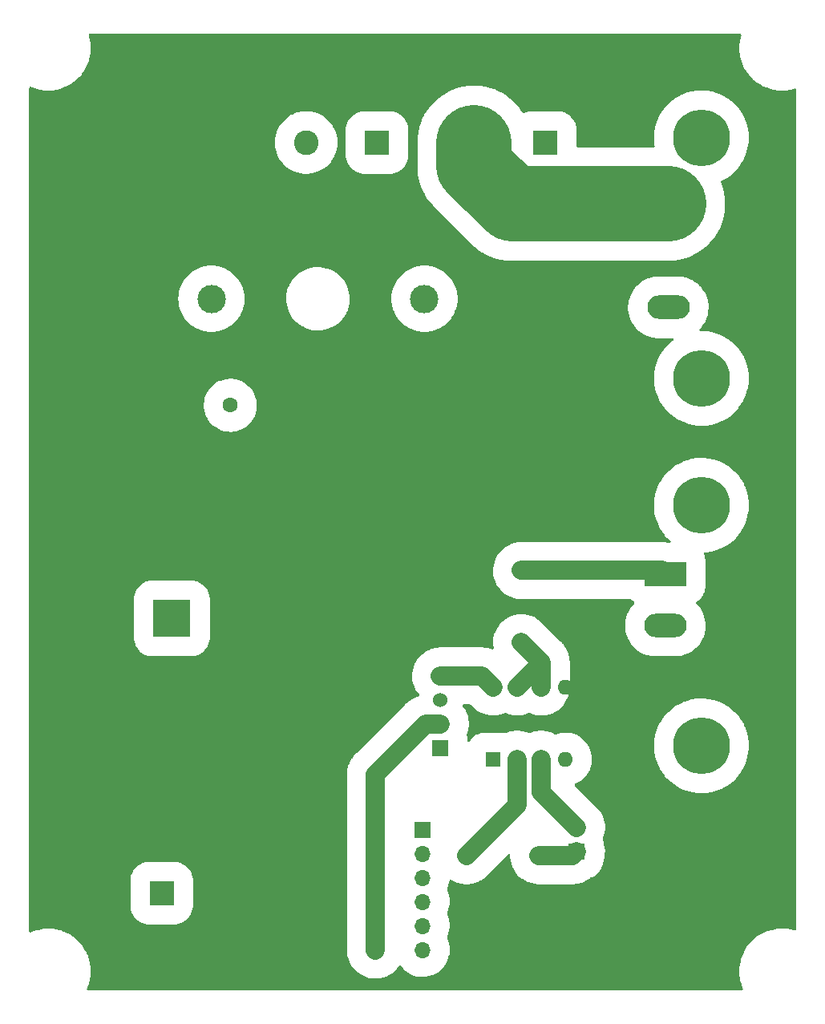
<source format=gbr>
%TF.GenerationSoftware,KiCad,Pcbnew,(6.0.2)*%
%TF.CreationDate,2022-12-19T22:08:20+03:00*%
%TF.ProjectId,buck,6275636b-2e6b-4696-9361-645f70636258,rev?*%
%TF.SameCoordinates,Original*%
%TF.FileFunction,Copper,L1,Top*%
%TF.FilePolarity,Positive*%
%FSLAX46Y46*%
G04 Gerber Fmt 4.6, Leading zero omitted, Abs format (unit mm)*
G04 Created by KiCad (PCBNEW (6.0.2)) date 2022-12-19 22:08:20*
%MOMM*%
%LPD*%
G01*
G04 APERTURE LIST*
%TA.AperFunction,ComponentPad*%
%ADD10C,6.000000*%
%TD*%
%TA.AperFunction,ComponentPad*%
%ADD11C,1.400000*%
%TD*%
%TA.AperFunction,ComponentPad*%
%ADD12O,1.400000X1.400000*%
%TD*%
%TA.AperFunction,ComponentPad*%
%ADD13R,1.600000X1.600000*%
%TD*%
%TA.AperFunction,ComponentPad*%
%ADD14O,1.600000X1.600000*%
%TD*%
%TA.AperFunction,ComponentPad*%
%ADD15R,1.700000X1.700000*%
%TD*%
%TA.AperFunction,ComponentPad*%
%ADD16O,1.700000X1.700000*%
%TD*%
%TA.AperFunction,ComponentPad*%
%ADD17C,3.000000*%
%TD*%
%TA.AperFunction,ComponentPad*%
%ADD18R,4.500000X2.500000*%
%TD*%
%TA.AperFunction,ComponentPad*%
%ADD19O,4.500000X2.500000*%
%TD*%
%TA.AperFunction,ComponentPad*%
%ADD20R,4.000000X4.000000*%
%TD*%
%TA.AperFunction,ComponentPad*%
%ADD21C,4.000000*%
%TD*%
%TA.AperFunction,ComponentPad*%
%ADD22R,2.600000X2.600000*%
%TD*%
%TA.AperFunction,ComponentPad*%
%ADD23C,2.600000*%
%TD*%
%TA.AperFunction,ComponentPad*%
%ADD24C,1.600000*%
%TD*%
%TA.AperFunction,ComponentPad*%
%ADD25C,1.524000*%
%TD*%
%TA.AperFunction,Conductor*%
%ADD26C,8.000000*%
%TD*%
%TA.AperFunction,Conductor*%
%ADD27C,2.000000*%
%TD*%
G04 APERTURE END LIST*
D10*
%TO.P,REF\u002A\u002A,1*%
%TO.N,N/C*%
X204000000Y-72400000D03*
X204000000Y-47000000D03*
%TD*%
D11*
%TO.P,R1,1*%
%TO.N,espPwm*%
X186808500Y-122808500D03*
D12*
%TO.P,R1,2*%
%TO.N,Net-(R1-Pad2)*%
X179188500Y-122808500D03*
%TD*%
D13*
%TO.P,U1,1,NC*%
%TO.N,unconnected-(U1-Pad1)*%
X182008500Y-112608500D03*
D14*
%TO.P,U1,2,A*%
%TO.N,Net-(R1-Pad2)*%
X184548500Y-112608500D03*
%TO.P,U1,3,C*%
%TO.N,GND*%
X187088500Y-112608500D03*
%TO.P,U1,4,NC*%
%TO.N,unconnected-(U1-Pad4)*%
X189628500Y-112608500D03*
%TO.P,U1,5,VEE*%
%TO.N,GNDPWR*%
X189628500Y-104988500D03*
%TO.P,U1,6,VO*%
%TO.N,Net-(R2-Pad1)*%
X187088500Y-104988500D03*
%TO.P,U1,7,VO*%
X184548500Y-104988500D03*
%TO.P,U1,8,VCC*%
%TO.N,+12V*%
X182008500Y-104988500D03*
%TD*%
D15*
%TO.P,J2,1,Pin_1*%
%TO.N,+5V*%
X169558500Y-120058500D03*
D16*
%TO.P,J2,2,Pin_2*%
X169558500Y-122598500D03*
%TO.P,J2,3,Pin_3*%
X169558500Y-125138500D03*
%TO.P,J2,4,Pin_4*%
X169558500Y-127678500D03*
%TO.P,J2,5,Pin_5*%
X169558500Y-130218500D03*
%TO.P,J2,6,Pin_6*%
X169558500Y-132758500D03*
%TD*%
D17*
%TO.P,F1,1*%
%TO.N,Net-(C1-Pad1)*%
X152250000Y-64000000D03*
%TO.P,F1,2*%
%TO.N,VCC*%
X174750000Y-64000000D03*
%TD*%
D18*
%TO.P,D1,1,K*%
%TO.N,Net-(D1-Pad1)*%
X200500000Y-54000000D03*
D19*
%TO.P,D1,2,A*%
%TO.N,VCC*%
X200500000Y-64900000D03*
%TD*%
D15*
%TO.P,J3,1,Pin_1*%
%TO.N,espPwm*%
X190808500Y-122348500D03*
D16*
%TO.P,J3,2,Pin_2*%
%TO.N,GND*%
X190808500Y-119808500D03*
%TD*%
D15*
%TO.P,J1,1,Pin_1*%
%TO.N,GND*%
X174558500Y-120058500D03*
D16*
%TO.P,J1,2,Pin_2*%
X174558500Y-122598500D03*
%TO.P,J1,3,Pin_3*%
X174558500Y-125138500D03*
%TO.P,J1,4,Pin_4*%
X174558500Y-127678500D03*
%TO.P,J1,5,Pin_5*%
X174558500Y-130218500D03*
%TO.P,J1,6,Pin_6*%
X174558500Y-132758500D03*
%TD*%
D11*
%TO.P,R2,1*%
%TO.N,Net-(R2-Pad1)*%
X185000000Y-100310000D03*
D12*
%TO.P,R2,2*%
%TO.N,Net-(Q1-Pad1)*%
X185000000Y-92690000D03*
%TD*%
D20*
%TO.P,C1,1*%
%TO.N,Net-(C1-Pad1)*%
X148069501Y-97750000D03*
D21*
%TO.P,C1,2*%
%TO.N,GNDPWR*%
X158069501Y-97750000D03*
%TD*%
D22*
%TO.P,J5,1,Pin_1*%
%TO.N,VCC*%
X187500000Y-47500000D03*
D23*
%TO.P,J5,2,Pin_2*%
%TO.N,Net-(D1-Pad1)*%
X180000000Y-47500000D03*
%TD*%
D22*
%TO.P,J4,1,Pin_1*%
%TO.N,Net-(C1-Pad1)*%
X147000000Y-126750000D03*
D23*
%TO.P,J4,2,Pin_2*%
%TO.N,GNDPWR*%
X154500000Y-126750000D03*
%TD*%
D10*
%TO.P,REF\u002A\u002A,1*%
%TO.N,N/C*%
X204000000Y-85800000D03*
X204000000Y-111200000D03*
%TD*%
D24*
%TO.P,C2,1*%
%TO.N,Net-(C1-Pad1)*%
X154250000Y-75250000D03*
%TO.P,C2,2*%
%TO.N,GNDPWR*%
X159250000Y-75250000D03*
%TD*%
D22*
%TO.P,J6,1,Pin_1*%
%TO.N,Net-(D1-Pad1)*%
X169750000Y-47500000D03*
D23*
%TO.P,J6,2,Pin_2*%
%TO.N,Net-(J6-Pad2)*%
X162250000Y-47500000D03*
%TD*%
D15*
%TO.P,PS1,1,-VIN*%
%TO.N,GND*%
X176441500Y-111441500D03*
D25*
%TO.P,PS1,2,+VIN*%
%TO.N,+5V*%
X176441500Y-108901500D03*
%TO.P,PS1,3,-VOUT*%
%TO.N,GNDPWR*%
X176441500Y-106361500D03*
%TO.P,PS1,4,+VOUT*%
%TO.N,+12V*%
X176441500Y-103821500D03*
%TD*%
D18*
%TO.P,Q1,1,G*%
%TO.N,Net-(Q1-Pad1)*%
X200180000Y-93050000D03*
D19*
%TO.P,Q1,2,C*%
%TO.N,Net-(J6-Pad2)*%
X200180000Y-98500000D03*
%TO.P,Q1,3,E*%
%TO.N,GNDPWR*%
X200180000Y-103950000D03*
%TD*%
D26*
%TO.N,Net-(D1-Pad1)*%
X180000000Y-50000000D02*
X180000000Y-47500000D01*
X200500000Y-54000000D02*
X184000000Y-54000000D01*
X184000000Y-54000000D02*
X180000000Y-50000000D01*
D27*
%TO.N,GND*%
X187088500Y-116088500D02*
X190808500Y-119808500D01*
X187088500Y-112608500D02*
X187088500Y-116088500D01*
%TO.N,+5V*%
X174882478Y-108901500D02*
X169558500Y-114225478D01*
X176441500Y-108901500D02*
X174882478Y-108901500D01*
X169558500Y-114225478D02*
X169558500Y-132758500D01*
%TO.N,espPwm*%
X186808500Y-122808500D02*
X190348500Y-122808500D01*
X190348500Y-122808500D02*
X190808500Y-122348500D01*
%TO.N,+12V*%
X176441500Y-103821500D02*
X180841500Y-103821500D01*
X180841500Y-103821500D02*
X182008500Y-104988500D01*
%TO.N,Net-(Q1-Pad1)*%
X185000000Y-92690000D02*
X199820000Y-92690000D01*
X199820000Y-92690000D02*
X200180000Y-93050000D01*
%TO.N,Net-(R1-Pad2)*%
X179188500Y-122808500D02*
X184548500Y-117448500D01*
X184548500Y-117448500D02*
X184548500Y-112608500D01*
%TO.N,Net-(R2-Pad1)*%
X187088500Y-102448500D02*
X187088500Y-102398500D01*
X187088500Y-102398500D02*
X185000000Y-100310000D01*
X184548500Y-104988500D02*
X187088500Y-102448500D01*
X187088500Y-104988500D02*
X187088500Y-102398500D01*
%TD*%
%TA.AperFunction,Conductor*%
%TO.N,GNDPWR*%
G36*
X208149852Y-36020002D02*
G01*
X208196345Y-36073658D01*
X208206449Y-36143932D01*
X208202728Y-36161153D01*
X208121503Y-36440730D01*
X208043519Y-36841924D01*
X208002217Y-37248535D01*
X207999647Y-37493891D01*
X207997937Y-37657215D01*
X207998166Y-37660060D01*
X207998166Y-37660063D01*
X208025690Y-38002146D01*
X208030715Y-38064602D01*
X208100280Y-38467341D01*
X208206060Y-38862118D01*
X208347184Y-39245683D01*
X208522492Y-39614879D01*
X208730538Y-39966667D01*
X208969612Y-40298151D01*
X209237746Y-40606603D01*
X209239803Y-40608576D01*
X209239811Y-40608584D01*
X209441845Y-40802328D01*
X209532731Y-40889484D01*
X209534949Y-40891254D01*
X209534954Y-40891259D01*
X209803092Y-41105310D01*
X209852141Y-41144465D01*
X210193346Y-41369449D01*
X210553537Y-41562581D01*
X210929750Y-41722274D01*
X210932459Y-41723144D01*
X210932465Y-41723146D01*
X211316162Y-41846338D01*
X211316167Y-41846339D01*
X211318888Y-41847213D01*
X211717748Y-41936369D01*
X212123047Y-41989008D01*
X212531449Y-42004697D01*
X212534311Y-42004547D01*
X212534312Y-42004547D01*
X212936736Y-41983457D01*
X212936743Y-41983456D01*
X212939592Y-41983307D01*
X212942415Y-41982900D01*
X212942417Y-41982900D01*
X213341295Y-41925421D01*
X213341302Y-41925420D01*
X213344117Y-41925014D01*
X213741693Y-41830298D01*
X213833812Y-41799297D01*
X213904754Y-41796527D01*
X213965933Y-41832551D01*
X213997923Y-41895932D01*
X214000000Y-41918716D01*
X214000000Y-130577860D01*
X213979998Y-130645981D01*
X213926342Y-130692474D01*
X213856068Y-130702578D01*
X213836742Y-130698225D01*
X213834792Y-130697621D01*
X213832108Y-130696655D01*
X213829351Y-130695937D01*
X213829345Y-130695935D01*
X213439371Y-130594355D01*
X213439365Y-130594354D01*
X213436602Y-130593634D01*
X213033387Y-130526882D01*
X213030544Y-130526673D01*
X213030542Y-130526673D01*
X212628628Y-130497158D01*
X212625782Y-130496949D01*
X212456681Y-130499901D01*
X212219992Y-130504032D01*
X212219987Y-130504032D01*
X212217141Y-130504082D01*
X212214308Y-130504390D01*
X212214304Y-130504390D01*
X211888436Y-130539791D01*
X211810828Y-130548222D01*
X211410189Y-130629005D01*
X211407456Y-130629820D01*
X211407451Y-130629821D01*
X211353244Y-130645981D01*
X211018519Y-130745767D01*
X211015858Y-130746831D01*
X211015856Y-130746832D01*
X210737361Y-130858222D01*
X210639044Y-130897546D01*
X210636497Y-130898844D01*
X210277430Y-131081797D01*
X210277425Y-131081800D01*
X210274887Y-131083093D01*
X209929046Y-131300881D01*
X209604366Y-131549118D01*
X209303521Y-131825759D01*
X209028987Y-132128528D01*
X208783023Y-132454933D01*
X208567655Y-132802286D01*
X208384654Y-133167730D01*
X208235528Y-133548255D01*
X208234730Y-133551002D01*
X208168216Y-133779945D01*
X208121503Y-133940730D01*
X208043519Y-134341924D01*
X208002217Y-134748535D01*
X207999647Y-134993891D01*
X207997937Y-135157215D01*
X207998166Y-135160060D01*
X207998166Y-135160063D01*
X208029063Y-135544068D01*
X208030715Y-135564602D01*
X208100280Y-135967341D01*
X208206060Y-136362118D01*
X208347184Y-136745683D01*
X208348406Y-136748256D01*
X208348407Y-136748259D01*
X208382451Y-136819954D01*
X208393602Y-136890069D01*
X208365076Y-136955083D01*
X208305929Y-136994353D01*
X208268631Y-137000000D01*
X139229989Y-137000000D01*
X139161868Y-136979998D01*
X139115375Y-136926342D01*
X139105271Y-136856068D01*
X139115424Y-136821553D01*
X139176784Y-136687530D01*
X139290437Y-136364798D01*
X139311589Y-136304733D01*
X139311590Y-136304729D01*
X139312540Y-136302032D01*
X139412797Y-135905817D01*
X139476733Y-135502146D01*
X139492536Y-135264219D01*
X139503703Y-135096092D01*
X139503703Y-135096084D01*
X139503819Y-135094342D01*
X139504807Y-135000000D01*
X139486267Y-134591718D01*
X139479674Y-134543583D01*
X139431187Y-134189623D01*
X139430800Y-134186796D01*
X139409582Y-134094889D01*
X139339505Y-133791357D01*
X139339504Y-133791355D01*
X139338861Y-133788568D01*
X139211209Y-133400312D01*
X139210078Y-133397697D01*
X139210074Y-133397688D01*
X139081397Y-133100333D01*
X139048894Y-133025223D01*
X138853251Y-132666388D01*
X138711694Y-132454933D01*
X138627483Y-132329139D01*
X138627475Y-132329128D01*
X138625891Y-132326762D01*
X138368686Y-132009141D01*
X138083753Y-131716137D01*
X137773436Y-131450164D01*
X137640565Y-131355737D01*
X137442627Y-131215070D01*
X137442625Y-131215069D01*
X137440291Y-131213410D01*
X137437822Y-131211973D01*
X137089515Y-131009253D01*
X137089508Y-131009249D01*
X137087059Y-131007824D01*
X137002497Y-130968392D01*
X136719244Y-130836309D01*
X136719234Y-130836305D01*
X136716648Y-130835099D01*
X136610064Y-130796726D01*
X136334798Y-130697623D01*
X136334789Y-130697620D01*
X136332108Y-130696655D01*
X136070221Y-130628439D01*
X135939371Y-130594355D01*
X135939365Y-130594354D01*
X135936602Y-130593634D01*
X135533387Y-130526882D01*
X135530544Y-130526673D01*
X135530542Y-130526673D01*
X135128628Y-130497158D01*
X135125782Y-130496949D01*
X134956681Y-130499901D01*
X134719992Y-130504032D01*
X134719987Y-130504032D01*
X134717141Y-130504082D01*
X134714308Y-130504390D01*
X134714304Y-130504390D01*
X134388436Y-130539791D01*
X134310828Y-130548222D01*
X133910189Y-130629005D01*
X133907456Y-130629820D01*
X133907451Y-130629821D01*
X133853244Y-130645981D01*
X133518519Y-130745767D01*
X133172791Y-130884048D01*
X133102115Y-130890774D01*
X133039021Y-130858222D01*
X133003542Y-130796726D01*
X133000000Y-130767059D01*
X133000000Y-128180050D01*
X143699500Y-128180050D01*
X143700573Y-128207358D01*
X143742692Y-128487510D01*
X143823864Y-128758933D01*
X143825727Y-128762973D01*
X143825728Y-128762977D01*
X143911449Y-128948919D01*
X143942471Y-129016210D01*
X144096144Y-129254209D01*
X144281820Y-129468180D01*
X144495791Y-129653856D01*
X144733790Y-129807529D01*
X144737842Y-129809397D01*
X144987023Y-129924272D01*
X144987027Y-129924273D01*
X144991067Y-129926136D01*
X144995335Y-129927412D01*
X144995334Y-129927412D01*
X145258216Y-130006030D01*
X145258218Y-130006031D01*
X145262490Y-130007308D01*
X145266894Y-130007970D01*
X145266898Y-130007971D01*
X145539221Y-130048913D01*
X145539227Y-130048914D01*
X145542642Y-130049427D01*
X145546099Y-130049563D01*
X145546101Y-130049563D01*
X145552163Y-130049801D01*
X145569950Y-130050500D01*
X148430050Y-130050500D01*
X148447837Y-130049801D01*
X148453899Y-130049563D01*
X148453901Y-130049563D01*
X148457358Y-130049427D01*
X148460773Y-130048914D01*
X148460779Y-130048913D01*
X148733102Y-130007971D01*
X148733106Y-130007970D01*
X148737510Y-130007308D01*
X148741782Y-130006031D01*
X148741784Y-130006030D01*
X149004666Y-129927412D01*
X149004665Y-129927412D01*
X149008933Y-129926136D01*
X149012973Y-129924273D01*
X149012977Y-129924272D01*
X149262158Y-129809397D01*
X149266210Y-129807529D01*
X149504209Y-129653856D01*
X149718180Y-129468180D01*
X149903856Y-129254209D01*
X150057529Y-129016210D01*
X150088551Y-128948919D01*
X150174272Y-128762977D01*
X150174273Y-128762973D01*
X150176136Y-128758933D01*
X150257308Y-128487510D01*
X150299427Y-128207358D01*
X150300500Y-128180050D01*
X150300500Y-125319950D01*
X150299427Y-125292642D01*
X150297006Y-125276534D01*
X150257971Y-125016898D01*
X150257970Y-125016894D01*
X150257308Y-125012490D01*
X150240982Y-124957897D01*
X150177412Y-124745334D01*
X150176136Y-124741067D01*
X150118793Y-124616680D01*
X150059397Y-124487842D01*
X150057529Y-124483790D01*
X149903856Y-124245791D01*
X149718180Y-124031820D01*
X149504209Y-123846144D01*
X149266210Y-123692471D01*
X149255883Y-123687710D01*
X149012977Y-123575728D01*
X149012973Y-123575727D01*
X149008933Y-123573864D01*
X148917249Y-123546445D01*
X148741784Y-123493970D01*
X148741782Y-123493969D01*
X148737510Y-123492692D01*
X148733106Y-123492030D01*
X148733102Y-123492029D01*
X148460779Y-123451087D01*
X148460773Y-123451086D01*
X148457358Y-123450573D01*
X148453901Y-123450437D01*
X148453899Y-123450437D01*
X148447837Y-123450199D01*
X148430050Y-123449500D01*
X145569950Y-123449500D01*
X145552163Y-123450199D01*
X145546101Y-123450437D01*
X145546099Y-123450437D01*
X145542642Y-123450573D01*
X145539227Y-123451086D01*
X145539221Y-123451087D01*
X145266898Y-123492029D01*
X145266894Y-123492030D01*
X145262490Y-123492692D01*
X145258218Y-123493969D01*
X145258216Y-123493970D01*
X145082751Y-123546445D01*
X144991067Y-123573864D01*
X144987027Y-123575727D01*
X144987023Y-123575728D01*
X144744117Y-123687710D01*
X144733790Y-123692471D01*
X144495791Y-123846144D01*
X144281820Y-124031820D01*
X144096144Y-124245791D01*
X143942471Y-124483790D01*
X143940603Y-124487842D01*
X143881208Y-124616680D01*
X143823864Y-124741067D01*
X143822588Y-124745334D01*
X143759019Y-124957897D01*
X143742692Y-125012490D01*
X143742030Y-125016894D01*
X143742029Y-125016898D01*
X143702995Y-125276534D01*
X143700573Y-125292642D01*
X143699500Y-125319950D01*
X143699500Y-128180050D01*
X133000000Y-128180050D01*
X133000000Y-114288423D01*
X166553574Y-114288423D01*
X166553859Y-114292044D01*
X166553859Y-114292046D01*
X166557612Y-114339730D01*
X166558000Y-114349616D01*
X166558000Y-132846689D01*
X166558105Y-132848508D01*
X166558105Y-132848512D01*
X166568446Y-133027847D01*
X166572834Y-133103953D01*
X166573457Y-133107522D01*
X166573457Y-133107523D01*
X166625032Y-133403034D01*
X166632326Y-133444828D01*
X166730603Y-133776606D01*
X166732026Y-133779942D01*
X166732027Y-133779945D01*
X166800608Y-133940730D01*
X166866362Y-134094889D01*
X167037804Y-134395459D01*
X167039943Y-134398371D01*
X167039945Y-134398374D01*
X167113806Y-134498922D01*
X167242657Y-134674332D01*
X167245123Y-134676985D01*
X167245124Y-134676987D01*
X167309375Y-134746129D01*
X167478205Y-134927812D01*
X167480959Y-134930164D01*
X167480962Y-134930167D01*
X167650186Y-135074697D01*
X167741326Y-135152538D01*
X168028533Y-135345533D01*
X168031750Y-135347194D01*
X168031751Y-135347194D01*
X168203450Y-135435815D01*
X168336018Y-135504239D01*
X168659707Y-135626550D01*
X168995310Y-135710848D01*
X169121348Y-135727441D01*
X169334772Y-135755539D01*
X169334780Y-135755540D01*
X169338376Y-135756013D01*
X169489509Y-135758388D01*
X169680720Y-135761392D01*
X169680724Y-135761392D01*
X169684361Y-135761449D01*
X169687976Y-135761088D01*
X169687980Y-135761088D01*
X169855854Y-135744331D01*
X170028677Y-135727081D01*
X170032214Y-135726310D01*
X170032219Y-135726309D01*
X170363217Y-135654140D01*
X170363222Y-135654139D01*
X170366761Y-135653367D01*
X170694133Y-135541283D01*
X171006452Y-135392314D01*
X171299579Y-135208436D01*
X171302413Y-135206166D01*
X171302418Y-135206162D01*
X171566794Y-134994356D01*
X171569629Y-134992085D01*
X171813023Y-134746129D01*
X171871607Y-134671414D01*
X172024294Y-134476685D01*
X172024295Y-134476683D01*
X172026534Y-134473828D01*
X172028425Y-134470742D01*
X172028430Y-134470735D01*
X172043912Y-134445469D01*
X172096559Y-134397837D01*
X172166600Y-134386229D01*
X172231798Y-134414331D01*
X172255186Y-134439935D01*
X172300289Y-134505561D01*
X172300295Y-134505568D01*
X172302346Y-134508553D01*
X172304734Y-134511290D01*
X172509207Y-134745681D01*
X172518444Y-134756270D01*
X172761582Y-134977509D01*
X172764540Y-134979634D01*
X172764543Y-134979637D01*
X172784380Y-134993891D01*
X173028537Y-135169336D01*
X173031716Y-135171106D01*
X173031717Y-135171106D01*
X173157185Y-135240940D01*
X173315771Y-135329208D01*
X173619477Y-135455007D01*
X173622971Y-135456002D01*
X173622973Y-135456003D01*
X173932128Y-135544068D01*
X173932133Y-135544069D01*
X173935629Y-135545065D01*
X174158675Y-135581590D01*
X174256457Y-135597603D01*
X174256461Y-135597603D01*
X174260037Y-135598189D01*
X174263663Y-135598360D01*
X174584773Y-135613503D01*
X174584774Y-135613503D01*
X174588400Y-135613674D01*
X174602219Y-135612732D01*
X174912737Y-135591564D01*
X174912745Y-135591563D01*
X174916368Y-135591316D01*
X174919944Y-135590653D01*
X174919946Y-135590653D01*
X175236027Y-135532071D01*
X175236031Y-135532070D01*
X175239592Y-135531410D01*
X175553789Y-135434750D01*
X175854793Y-135302619D01*
X176138616Y-135136766D01*
X176318409Y-135001773D01*
X176398592Y-134941570D01*
X176398596Y-134941567D01*
X176401495Y-134939390D01*
X176411215Y-134930167D01*
X176637313Y-134715609D01*
X176637317Y-134715605D01*
X176639947Y-134713109D01*
X176674810Y-134671414D01*
X176848488Y-134463696D01*
X176850810Y-134460919D01*
X176864594Y-134439935D01*
X177029302Y-134189191D01*
X177029307Y-134189182D01*
X177031289Y-134186165D01*
X177105141Y-134039327D01*
X177177366Y-133895725D01*
X177177369Y-133895717D01*
X177178993Y-133892489D01*
X177291964Y-133583781D01*
X177292809Y-133580259D01*
X177292812Y-133580251D01*
X177367857Y-133267665D01*
X177367858Y-133267661D01*
X177368704Y-133264136D01*
X177380371Y-133167730D01*
X177407861Y-132940567D01*
X177407862Y-132940560D01*
X177408197Y-132937788D01*
X177411003Y-132848512D01*
X177413743Y-132761297D01*
X177413831Y-132758500D01*
X177396468Y-132457372D01*
X177395117Y-132433936D01*
X177395116Y-132433931D01*
X177394908Y-132430316D01*
X177342637Y-132130817D01*
X177339014Y-132110056D01*
X177339012Y-132110049D01*
X177338390Y-132106483D01*
X177245026Y-131791291D01*
X177136395Y-131536608D01*
X177128068Y-131466102D01*
X177139728Y-131430560D01*
X177177360Y-131355737D01*
X177177364Y-131355729D01*
X177178993Y-131352489D01*
X177291964Y-131043781D01*
X177292809Y-131040259D01*
X177292812Y-131040251D01*
X177367857Y-130727665D01*
X177367858Y-130727661D01*
X177368704Y-130724136D01*
X177371840Y-130698225D01*
X177407861Y-130400567D01*
X177407862Y-130400560D01*
X177408197Y-130397788D01*
X177413831Y-130218500D01*
X177404144Y-130050500D01*
X177395117Y-129893936D01*
X177395116Y-129893931D01*
X177394908Y-129890316D01*
X177353639Y-129653856D01*
X177339014Y-129570056D01*
X177339012Y-129570049D01*
X177338390Y-129566483D01*
X177245026Y-129251291D01*
X177136395Y-128996608D01*
X177128068Y-128926102D01*
X177139728Y-128890560D01*
X177177360Y-128815737D01*
X177177364Y-128815729D01*
X177178993Y-128812489D01*
X177291964Y-128503781D01*
X177292809Y-128500259D01*
X177292812Y-128500251D01*
X177367857Y-128187665D01*
X177367858Y-128187661D01*
X177368704Y-128184136D01*
X177369141Y-128180526D01*
X177407861Y-127860567D01*
X177407862Y-127860560D01*
X177408197Y-127857788D01*
X177413831Y-127678500D01*
X177394908Y-127350316D01*
X177338390Y-127026483D01*
X177245026Y-126711291D01*
X177136395Y-126456608D01*
X177128068Y-126386102D01*
X177139728Y-126350560D01*
X177177360Y-126275737D01*
X177177364Y-126275729D01*
X177178993Y-126272489D01*
X177291964Y-125963781D01*
X177292809Y-125960259D01*
X177292812Y-125960251D01*
X177367857Y-125647665D01*
X177367858Y-125647661D01*
X177368704Y-125644136D01*
X177373542Y-125604162D01*
X177393778Y-125436937D01*
X177421819Y-125371712D01*
X177480671Y-125332002D01*
X177551650Y-125330414D01*
X177586931Y-125346042D01*
X177713047Y-125427007D01*
X178023789Y-125579239D01*
X178181168Y-125634969D01*
X178346554Y-125693535D01*
X178346559Y-125693536D01*
X178349969Y-125694744D01*
X178580426Y-125747526D01*
X178663637Y-125766584D01*
X178687262Y-125771995D01*
X179031200Y-125809966D01*
X179377223Y-125808154D01*
X179380824Y-125807718D01*
X179380828Y-125807718D01*
X179717126Y-125767022D01*
X179717129Y-125767021D01*
X179720744Y-125766584D01*
X179919229Y-125718931D01*
X180053679Y-125686652D01*
X180053683Y-125686651D01*
X180057210Y-125685804D01*
X180382161Y-125566890D01*
X180385389Y-125565266D01*
X180385397Y-125565263D01*
X180599992Y-125457332D01*
X180691292Y-125411413D01*
X180694309Y-125409431D01*
X180694318Y-125409426D01*
X180977476Y-125223425D01*
X180980504Y-125221436D01*
X181094067Y-125126483D01*
X181212717Y-125027277D01*
X181212721Y-125027274D01*
X181214879Y-125025469D01*
X183593559Y-122646789D01*
X183655871Y-122612763D01*
X183726686Y-122617828D01*
X183783522Y-122660375D01*
X183808333Y-122726895D01*
X183808638Y-122737863D01*
X183805551Y-122934361D01*
X183839919Y-123278677D01*
X183840690Y-123282214D01*
X183840691Y-123282219D01*
X183904002Y-123572588D01*
X183913633Y-123616761D01*
X184025717Y-123944133D01*
X184174686Y-124256452D01*
X184358564Y-124549579D01*
X184360834Y-124552413D01*
X184360838Y-124552418D01*
X184496246Y-124721434D01*
X184574915Y-124819629D01*
X184820871Y-125063023D01*
X184823729Y-125065264D01*
X185035246Y-125231114D01*
X185093172Y-125276534D01*
X185388209Y-125457332D01*
X185391499Y-125458859D01*
X185391508Y-125458864D01*
X185626913Y-125568135D01*
X185702070Y-125603022D01*
X185705517Y-125604162D01*
X186027152Y-125710533D01*
X186027157Y-125710534D01*
X186030597Y-125711672D01*
X186034152Y-125712408D01*
X186034155Y-125712409D01*
X186365885Y-125781107D01*
X186365888Y-125781107D01*
X186369435Y-125781842D01*
X186500542Y-125793543D01*
X186670940Y-125808751D01*
X186670946Y-125808751D01*
X186673733Y-125809000D01*
X190175517Y-125809000D01*
X190183962Y-125809465D01*
X190183967Y-125809378D01*
X190187596Y-125809568D01*
X190191200Y-125809966D01*
X190375287Y-125809002D01*
X190375947Y-125809000D01*
X190436689Y-125809000D01*
X190438469Y-125808897D01*
X190438521Y-125808896D01*
X190439523Y-125808838D01*
X190446091Y-125808632D01*
X190527138Y-125808207D01*
X190537223Y-125808154D01*
X190611452Y-125799171D01*
X190619307Y-125798470D01*
X190662398Y-125795986D01*
X190690333Y-125794375D01*
X190690338Y-125794374D01*
X190693953Y-125794166D01*
X190783742Y-125778495D01*
X190790259Y-125777534D01*
X190836029Y-125771995D01*
X190877126Y-125767022D01*
X190877129Y-125767021D01*
X190880744Y-125766584D01*
X190953447Y-125749129D01*
X190961179Y-125747527D01*
X190991690Y-125742202D01*
X191031260Y-125735297D01*
X191031265Y-125735296D01*
X191034828Y-125734674D01*
X191038298Y-125733646D01*
X191038303Y-125733645D01*
X191080940Y-125721015D01*
X191122239Y-125708782D01*
X191128560Y-125707087D01*
X191217210Y-125685804D01*
X191287431Y-125660107D01*
X191294890Y-125657640D01*
X191366606Y-125636397D01*
X191369948Y-125634972D01*
X191369955Y-125634969D01*
X191450441Y-125600638D01*
X191456576Y-125598209D01*
X191505108Y-125580449D01*
X191542161Y-125566890D01*
X191545406Y-125565258D01*
X191545415Y-125565254D01*
X191608941Y-125533303D01*
X191616111Y-125529974D01*
X191684889Y-125500638D01*
X191734144Y-125472543D01*
X191764056Y-125455482D01*
X191769868Y-125452365D01*
X191848063Y-125413037D01*
X191851292Y-125411413D01*
X191854317Y-125409426D01*
X191854326Y-125409421D01*
X191913765Y-125370377D01*
X191920513Y-125366242D01*
X191982306Y-125330995D01*
X191982313Y-125330990D01*
X191985459Y-125329196D01*
X191999736Y-125318709D01*
X192058920Y-125275233D01*
X192064337Y-125271468D01*
X192137478Y-125223424D01*
X192137482Y-125223421D01*
X192140504Y-125221436D01*
X192143287Y-125219109D01*
X192143290Y-125219107D01*
X192197860Y-125173480D01*
X192204080Y-125168602D01*
X192264332Y-125124343D01*
X192272758Y-125116513D01*
X192322429Y-125088095D01*
X192322914Y-125087950D01*
X192367433Y-125074636D01*
X192371473Y-125072773D01*
X192371477Y-125072772D01*
X192620658Y-124957897D01*
X192624710Y-124956029D01*
X192862709Y-124802356D01*
X193076680Y-124616680D01*
X193262356Y-124402709D01*
X193416029Y-124164710D01*
X193420790Y-124154383D01*
X193532772Y-123911477D01*
X193532773Y-123911473D01*
X193534636Y-123907433D01*
X193598923Y-123692471D01*
X193614530Y-123640284D01*
X193614531Y-123640282D01*
X193615808Y-123636010D01*
X193624871Y-123575728D01*
X193657413Y-123359279D01*
X193657414Y-123359273D01*
X193657927Y-123355858D01*
X193659000Y-123328550D01*
X193659000Y-123317133D01*
X193663466Y-123283885D01*
X193747445Y-122976909D01*
X193748406Y-122973397D01*
X193754380Y-122934361D01*
X193796305Y-122660375D01*
X193800746Y-122631351D01*
X193813426Y-122285556D01*
X193786276Y-121940596D01*
X193719658Y-121601042D01*
X193664964Y-121429660D01*
X193659000Y-121391352D01*
X193659000Y-121368450D01*
X193657927Y-121341142D01*
X193615808Y-121060990D01*
X193596615Y-120996812D01*
X193596260Y-120925816D01*
X193598559Y-120918650D01*
X193693534Y-120650449D01*
X193693536Y-120650443D01*
X193694744Y-120647031D01*
X193695554Y-120643496D01*
X193771185Y-120313276D01*
X193771187Y-120313267D01*
X193771995Y-120309737D01*
X193809966Y-119965800D01*
X193808154Y-119619777D01*
X193766583Y-119276256D01*
X193713368Y-119054601D01*
X193686652Y-118943320D01*
X193686649Y-118943312D01*
X193685804Y-118939790D01*
X193684559Y-118936388D01*
X193684556Y-118936378D01*
X193568134Y-118618240D01*
X193568134Y-118618239D01*
X193566889Y-118614838D01*
X193565265Y-118611610D01*
X193565262Y-118611602D01*
X193489151Y-118460273D01*
X193411413Y-118305708D01*
X193409431Y-118302691D01*
X193409426Y-118302682D01*
X193223424Y-118019521D01*
X193223421Y-118019518D01*
X193221436Y-118016495D01*
X193025468Y-117782120D01*
X190649705Y-115406357D01*
X190615679Y-115344045D01*
X190620744Y-115273230D01*
X190663291Y-115216394D01*
X190688154Y-115201889D01*
X190898732Y-115109451D01*
X190898736Y-115109449D01*
X190902055Y-115107992D01*
X191070716Y-115009435D01*
X191177759Y-114946884D01*
X191177761Y-114946883D01*
X191180899Y-114945049D01*
X191183808Y-114942865D01*
X191436261Y-114753319D01*
X191436265Y-114753316D01*
X191439168Y-114751136D01*
X191673436Y-114528823D01*
X191880601Y-114281057D01*
X191902624Y-114247530D01*
X192055927Y-114014149D01*
X192055932Y-114014140D01*
X192057914Y-114011123D01*
X192151163Y-113825718D01*
X192201400Y-113725834D01*
X192201403Y-113725826D01*
X192203027Y-113722598D01*
X192214712Y-113690668D01*
X192312769Y-113422716D01*
X192312770Y-113422712D01*
X192314017Y-113419305D01*
X192314862Y-113415783D01*
X192314865Y-113415775D01*
X192388564Y-113108795D01*
X192388565Y-113108791D01*
X192389411Y-113105266D01*
X192397747Y-113036381D01*
X192427874Y-112787422D01*
X192427874Y-112787416D01*
X192428210Y-112784643D01*
X192428535Y-112774320D01*
X192433658Y-112611296D01*
X192433746Y-112608500D01*
X192428075Y-112510150D01*
X192415364Y-112289693D01*
X192415363Y-112289688D01*
X192415155Y-112286073D01*
X192395022Y-112170719D01*
X192360252Y-111971493D01*
X192360250Y-111971486D01*
X192359628Y-111967920D01*
X192356436Y-111957142D01*
X192268934Y-111661742D01*
X192267902Y-111658257D01*
X192141192Y-111361189D01*
X191981177Y-111080654D01*
X191972594Y-111068970D01*
X198996175Y-111068970D01*
X199004337Y-111514300D01*
X199004636Y-111517075D01*
X199046467Y-111905287D01*
X199052054Y-111957142D01*
X199052599Y-111959883D01*
X199052600Y-111959888D01*
X199085033Y-112122935D01*
X199138949Y-112393989D01*
X199264332Y-112821382D01*
X199265359Y-112823995D01*
X199265359Y-112823996D01*
X199412093Y-113197456D01*
X199427212Y-113235937D01*
X199440963Y-113263457D01*
X199609415Y-113600582D01*
X199626298Y-113634371D01*
X199860015Y-114013531D01*
X200126512Y-114370413D01*
X200128373Y-114372491D01*
X200128374Y-114372492D01*
X200391692Y-114666481D01*
X200423678Y-114702193D01*
X200425715Y-114704096D01*
X200425722Y-114704103D01*
X200645937Y-114909815D01*
X200749162Y-115006242D01*
X200751359Y-115007955D01*
X200751362Y-115007958D01*
X200760102Y-115014774D01*
X201100385Y-115280155D01*
X201474567Y-115521761D01*
X201477046Y-115523065D01*
X201477049Y-115523067D01*
X201866245Y-115727833D01*
X201866251Y-115727836D01*
X201868745Y-115729148D01*
X201871343Y-115730232D01*
X201871347Y-115730234D01*
X202277214Y-115899596D01*
X202277219Y-115899598D01*
X202279798Y-115900674D01*
X202282463Y-115901517D01*
X202282469Y-115901519D01*
X202513554Y-115974601D01*
X202704471Y-116034980D01*
X203139402Y-116131004D01*
X203142176Y-116131362D01*
X203142177Y-116131362D01*
X203578377Y-116187628D01*
X203578384Y-116187629D01*
X203581147Y-116187985D01*
X203583934Y-116188094D01*
X203583940Y-116188095D01*
X203841744Y-116198224D01*
X204026209Y-116205471D01*
X204029001Y-116205332D01*
X204029006Y-116205332D01*
X204468259Y-116183465D01*
X204468268Y-116183464D01*
X204471063Y-116183325D01*
X204473840Y-116182937D01*
X204473842Y-116182937D01*
X204550225Y-116172270D01*
X204912187Y-116121722D01*
X205346089Y-116021149D01*
X205568534Y-115948228D01*
X205766679Y-115883273D01*
X205766685Y-115883271D01*
X205769332Y-115882403D01*
X206084027Y-115747199D01*
X206175993Y-115707688D01*
X206175995Y-115707687D01*
X206178567Y-115706582D01*
X206570551Y-115495078D01*
X206942183Y-115249567D01*
X207290518Y-114971992D01*
X207612800Y-114664550D01*
X207614637Y-114662456D01*
X207614645Y-114662447D01*
X207904629Y-114331783D01*
X207906476Y-114329677D01*
X207933968Y-114292046D01*
X208111504Y-114049029D01*
X208169221Y-113970024D01*
X208170656Y-113967641D01*
X208170663Y-113967630D01*
X208397514Y-113590829D01*
X208397515Y-113590827D01*
X208398954Y-113588437D01*
X208409942Y-113565858D01*
X208592624Y-113190474D01*
X208592625Y-113190471D01*
X208593857Y-113187940D01*
X208752387Y-112771702D01*
X208764860Y-112727478D01*
X208868066Y-112361535D01*
X208873288Y-112343019D01*
X208873807Y-112340260D01*
X208955087Y-111908033D01*
X208955088Y-111908025D01*
X208955603Y-111905287D01*
X208979931Y-111654918D01*
X208998465Y-111464187D01*
X208998466Y-111464175D01*
X208998680Y-111461970D01*
X209005540Y-111200000D01*
X208985723Y-110755036D01*
X208926430Y-110313595D01*
X208899805Y-110195926D01*
X208851031Y-109980376D01*
X208828131Y-109879173D01*
X208823005Y-109863253D01*
X208740035Y-109605608D01*
X208691602Y-109455209D01*
X208640978Y-109335654D01*
X208519017Y-109047633D01*
X208519016Y-109047632D01*
X208517927Y-109045059D01*
X208456666Y-108930085D01*
X208309787Y-108654428D01*
X208308479Y-108651973D01*
X208064917Y-108279061D01*
X207981822Y-108173655D01*
X207790898Y-107931470D01*
X207790896Y-107931468D01*
X207789169Y-107929277D01*
X207499395Y-107622314D01*
X207485345Y-107607430D01*
X207485342Y-107607427D01*
X207483419Y-107605390D01*
X207481328Y-107603537D01*
X207481320Y-107603529D01*
X207152188Y-107311826D01*
X207152186Y-107311824D01*
X207150088Y-107309965D01*
X206791815Y-107045340D01*
X206411437Y-106813612D01*
X206408923Y-106812372D01*
X206408919Y-106812370D01*
X206014471Y-106617849D01*
X206014465Y-106617846D01*
X206011966Y-106616614D01*
X205596564Y-106455907D01*
X205335509Y-106380804D01*
X205171201Y-106333534D01*
X205171195Y-106333533D01*
X205168520Y-106332763D01*
X205165784Y-106332234D01*
X205165777Y-106332232D01*
X204970847Y-106294519D01*
X204731224Y-106248158D01*
X204288139Y-106202760D01*
X204285349Y-106202723D01*
X204285341Y-106202723D01*
X204006864Y-106199078D01*
X203842772Y-106196930D01*
X203839972Y-106197143D01*
X203839971Y-106197143D01*
X203655726Y-106211158D01*
X203398650Y-106230713D01*
X202959290Y-106303843D01*
X202868982Y-106327282D01*
X202530887Y-106415034D01*
X202530876Y-106415037D01*
X202528169Y-106415740D01*
X202525533Y-106416681D01*
X202525524Y-106416684D01*
X202189914Y-106536520D01*
X202108703Y-106565518D01*
X201704211Y-106751991D01*
X201317898Y-106973683D01*
X201315595Y-106975292D01*
X201315588Y-106975297D01*
X200962482Y-107222085D01*
X200952820Y-107228838D01*
X200950672Y-107230644D01*
X200681600Y-107456823D01*
X200611870Y-107515437D01*
X200609896Y-107517421D01*
X200609892Y-107517425D01*
X200524238Y-107603529D01*
X200297747Y-107831209D01*
X200012938Y-108173655D01*
X199759697Y-108540063D01*
X199540031Y-108927532D01*
X199538872Y-108930081D01*
X199538870Y-108930085D01*
X199453437Y-109117986D01*
X199355679Y-109332995D01*
X199354747Y-109335650D01*
X199354745Y-109335654D01*
X199212140Y-109741734D01*
X199208099Y-109753240D01*
X199098461Y-110184940D01*
X199098018Y-110187690D01*
X199098016Y-110187700D01*
X199030313Y-110608036D01*
X199027633Y-110624677D01*
X199027435Y-110627478D01*
X199027434Y-110627484D01*
X199012225Y-110842290D01*
X198996175Y-111068970D01*
X191972594Y-111068970D01*
X191789979Y-110820369D01*
X191570132Y-110583785D01*
X191324549Y-110374038D01*
X191056486Y-110193907D01*
X191033857Y-110182227D01*
X190772716Y-110047442D01*
X190769496Y-110045780D01*
X190467383Y-109931621D01*
X190463862Y-109930737D01*
X190463857Y-109930735D01*
X190269438Y-109881901D01*
X190154151Y-109852943D01*
X190134305Y-109850330D01*
X189837555Y-109811262D01*
X189837547Y-109811261D01*
X189833951Y-109810788D01*
X189699581Y-109808677D01*
X189514670Y-109805772D01*
X189514666Y-109805772D01*
X189511028Y-109805715D01*
X189507413Y-109806076D01*
X189507408Y-109806076D01*
X189295021Y-109827275D01*
X189189663Y-109837791D01*
X188874114Y-109906592D01*
X188870687Y-109907765D01*
X188870681Y-109907767D01*
X188637459Y-109987617D01*
X188566531Y-109990759D01*
X188538855Y-109980376D01*
X188314202Y-109864423D01*
X188310982Y-109862761D01*
X187987293Y-109740450D01*
X187651690Y-109656152D01*
X187507481Y-109637167D01*
X187312228Y-109611461D01*
X187312220Y-109611460D01*
X187308624Y-109610987D01*
X187157491Y-109608612D01*
X186966280Y-109605608D01*
X186966276Y-109605608D01*
X186962639Y-109605551D01*
X186959024Y-109605912D01*
X186959020Y-109605912D01*
X186791146Y-109622669D01*
X186618323Y-109639919D01*
X186614786Y-109640690D01*
X186614781Y-109640691D01*
X186283783Y-109712860D01*
X186283778Y-109712861D01*
X186280239Y-109713633D01*
X185952867Y-109825717D01*
X185895787Y-109852943D01*
X185877067Y-109861872D01*
X185806971Y-109873145D01*
X185772362Y-109863473D01*
X185770982Y-109862761D01*
X185767601Y-109861483D01*
X185767591Y-109861479D01*
X185450691Y-109741734D01*
X185447293Y-109740450D01*
X185111690Y-109656152D01*
X184967481Y-109637167D01*
X184772228Y-109611461D01*
X184772220Y-109611460D01*
X184768624Y-109610987D01*
X184617491Y-109608612D01*
X184426280Y-109605608D01*
X184426276Y-109605608D01*
X184422639Y-109605551D01*
X184419024Y-109605912D01*
X184419020Y-109605912D01*
X184251146Y-109622669D01*
X184078323Y-109639919D01*
X184074786Y-109640690D01*
X184074781Y-109640691D01*
X183743783Y-109712860D01*
X183743778Y-109712861D01*
X183740239Y-109713633D01*
X183412867Y-109825717D01*
X183409601Y-109827275D01*
X183409594Y-109827278D01*
X183359563Y-109851141D01*
X183289467Y-109862414D01*
X183269220Y-109858133D01*
X183264678Y-109856775D01*
X183246010Y-109851192D01*
X183134595Y-109834441D01*
X182969279Y-109809587D01*
X182969273Y-109809586D01*
X182965858Y-109809073D01*
X182962401Y-109808937D01*
X182962399Y-109808937D01*
X182956337Y-109808699D01*
X182938550Y-109808000D01*
X181078450Y-109808000D01*
X181060663Y-109808699D01*
X181054601Y-109808937D01*
X181054599Y-109808937D01*
X181051142Y-109809073D01*
X181047727Y-109809586D01*
X181047721Y-109809587D01*
X180775398Y-109850529D01*
X180775394Y-109850530D01*
X180770990Y-109851192D01*
X180766718Y-109852469D01*
X180766716Y-109852470D01*
X180686318Y-109876514D01*
X180499567Y-109932364D01*
X180495527Y-109934227D01*
X180495523Y-109934228D01*
X180372899Y-109990759D01*
X180242290Y-110050971D01*
X180004291Y-110204644D01*
X179790320Y-110390320D01*
X179604644Y-110604291D01*
X179545229Y-110696310D01*
X179523852Y-110729417D01*
X179470097Y-110775795D01*
X179399802Y-110785749D01*
X179335284Y-110756118D01*
X179297028Y-110696310D01*
X179292000Y-110661070D01*
X179292000Y-110461450D01*
X179290927Y-110434142D01*
X179281588Y-110372020D01*
X179249471Y-110158398D01*
X179249470Y-110158394D01*
X179248808Y-110153990D01*
X179228800Y-110087087D01*
X179228445Y-110016092D01*
X179231651Y-110006449D01*
X179308267Y-109803689D01*
X179308268Y-109803685D01*
X179309550Y-109800293D01*
X179393848Y-109464690D01*
X179439013Y-109121624D01*
X179444449Y-108775639D01*
X179410081Y-108431323D01*
X179409309Y-108427781D01*
X179337140Y-108096783D01*
X179337139Y-108096778D01*
X179336367Y-108093239D01*
X179224283Y-107765867D01*
X179075314Y-107453548D01*
X178891436Y-107160421D01*
X178784370Y-107026781D01*
X178757388Y-106961111D01*
X178770193Y-106891279D01*
X178818720Y-106839455D01*
X178882704Y-106822000D01*
X179546462Y-106822000D01*
X179614583Y-106842002D01*
X179635557Y-106858905D01*
X179949185Y-107172533D01*
X180141587Y-107343957D01*
X180144554Y-107346043D01*
X180144555Y-107346043D01*
X180385579Y-107515437D01*
X180424690Y-107542925D01*
X180427877Y-107544655D01*
X180427886Y-107544661D01*
X180725595Y-107706304D01*
X180725602Y-107706307D01*
X180728784Y-107708035D01*
X181049841Y-107837099D01*
X181053338Y-107838056D01*
X181053345Y-107838058D01*
X181218968Y-107883367D01*
X181383603Y-107928406D01*
X181387194Y-107928955D01*
X181387201Y-107928957D01*
X181616992Y-107964119D01*
X181725649Y-107980746D01*
X181853863Y-107985447D01*
X182067805Y-107993293D01*
X182067813Y-107993293D01*
X182071444Y-107993426D01*
X182075064Y-107993141D01*
X182075067Y-107993141D01*
X182412789Y-107966561D01*
X182412797Y-107966560D01*
X182416404Y-107966276D01*
X182755958Y-107899658D01*
X183085605Y-107794456D01*
X183088899Y-107792969D01*
X183088906Y-107792966D01*
X183224146Y-107731902D01*
X183294463Y-107722099D01*
X183331427Y-107733587D01*
X183383789Y-107759239D01*
X183581406Y-107829218D01*
X183706554Y-107873535D01*
X183706559Y-107873536D01*
X183709969Y-107874744D01*
X183939199Y-107927245D01*
X184023637Y-107946584D01*
X184047262Y-107951995D01*
X184391200Y-107989966D01*
X184737223Y-107988154D01*
X184740824Y-107987718D01*
X184740828Y-107987718D01*
X185077126Y-107947022D01*
X185077129Y-107947021D01*
X185080744Y-107946584D01*
X185340837Y-107884140D01*
X185413679Y-107866652D01*
X185413683Y-107866651D01*
X185417210Y-107865804D01*
X185742161Y-107746890D01*
X185745400Y-107745261D01*
X185760575Y-107737629D01*
X185830420Y-107724891D01*
X185865949Y-107734420D01*
X185866018Y-107734239D01*
X186189707Y-107856550D01*
X186525310Y-107940848D01*
X186651348Y-107957441D01*
X186864772Y-107985539D01*
X186864780Y-107985540D01*
X186868376Y-107986013D01*
X187019509Y-107988388D01*
X187210720Y-107991392D01*
X187210724Y-107991392D01*
X187214361Y-107991449D01*
X187217976Y-107991088D01*
X187217980Y-107991088D01*
X187385854Y-107974331D01*
X187558677Y-107957081D01*
X187562214Y-107956310D01*
X187562219Y-107956309D01*
X187893217Y-107884140D01*
X187893222Y-107884139D01*
X187896761Y-107883367D01*
X188224133Y-107771283D01*
X188536452Y-107622314D01*
X188829579Y-107438436D01*
X188832413Y-107436166D01*
X188832418Y-107436162D01*
X189001434Y-107300754D01*
X189099629Y-107222085D01*
X189343023Y-106976129D01*
X189428120Y-106867601D01*
X189554294Y-106706685D01*
X189554295Y-106706683D01*
X189556534Y-106703828D01*
X189737332Y-106408791D01*
X189738859Y-106405501D01*
X189738864Y-106405492D01*
X189860291Y-106143899D01*
X189883022Y-106094930D01*
X189931190Y-105949283D01*
X189990533Y-105769848D01*
X189990534Y-105769843D01*
X189991672Y-105766403D01*
X190061842Y-105427565D01*
X190089000Y-105123267D01*
X190089000Y-102571483D01*
X190089465Y-102563038D01*
X190089378Y-102563033D01*
X190089568Y-102559404D01*
X190089966Y-102555800D01*
X190089632Y-102492034D01*
X190089715Y-102486757D01*
X190093293Y-102389196D01*
X190093293Y-102389188D01*
X190093426Y-102385556D01*
X190089388Y-102334251D01*
X190089000Y-102324365D01*
X190089000Y-102310311D01*
X190088897Y-102308531D01*
X190088896Y-102308479D01*
X190088838Y-102307477D01*
X190088632Y-102300909D01*
X190088173Y-102213407D01*
X190088154Y-102209777D01*
X190079171Y-102135548D01*
X190078469Y-102127680D01*
X190074375Y-102056667D01*
X190074374Y-102056662D01*
X190074166Y-102053047D01*
X190058495Y-101963258D01*
X190057533Y-101956737D01*
X190047022Y-101869874D01*
X190047021Y-101869871D01*
X190046584Y-101866256D01*
X190029129Y-101793553D01*
X190027526Y-101785814D01*
X190015297Y-101715740D01*
X190015296Y-101715735D01*
X190014674Y-101712172D01*
X190013253Y-101707373D01*
X189989567Y-101627412D01*
X189988782Y-101624761D01*
X189987087Y-101618440D01*
X189965804Y-101529790D01*
X189940107Y-101459569D01*
X189937640Y-101452110D01*
X189916397Y-101380394D01*
X189905078Y-101353856D01*
X189880638Y-101296559D01*
X189878209Y-101290424D01*
X189848140Y-101208256D01*
X189846890Y-101204839D01*
X189845258Y-101201594D01*
X189845254Y-101201585D01*
X189813303Y-101138059D01*
X189809969Y-101130878D01*
X189809323Y-101129362D01*
X189780638Y-101062111D01*
X189735482Y-100982944D01*
X189732365Y-100977132D01*
X189693037Y-100898937D01*
X189691413Y-100895708D01*
X189689428Y-100892686D01*
X189689421Y-100892674D01*
X189650377Y-100833235D01*
X189646242Y-100826487D01*
X189610995Y-100764694D01*
X189610990Y-100764687D01*
X189609196Y-100761541D01*
X189555233Y-100688080D01*
X189551468Y-100682663D01*
X189503424Y-100609522D01*
X189503421Y-100609518D01*
X189501436Y-100606496D01*
X189499107Y-100603710D01*
X189453480Y-100549140D01*
X189448596Y-100542912D01*
X189404343Y-100482668D01*
X189342300Y-100415902D01*
X189337939Y-100410955D01*
X189305469Y-100372121D01*
X189252653Y-100319305D01*
X189249448Y-100315981D01*
X189171262Y-100231843D01*
X189168795Y-100229188D01*
X189129664Y-100195767D01*
X189122399Y-100189051D01*
X187059315Y-98125967D01*
X186968162Y-98044752D01*
X186869626Y-97956960D01*
X186869624Y-97956958D01*
X186866913Y-97954543D01*
X186775065Y-97889991D01*
X186586784Y-97757665D01*
X186586782Y-97757664D01*
X186583810Y-97755575D01*
X186279715Y-97590465D01*
X186276350Y-97589112D01*
X186276343Y-97589109D01*
X185962028Y-97462755D01*
X185962023Y-97462753D01*
X185958659Y-97461401D01*
X185624896Y-97370094D01*
X185621305Y-97369545D01*
X185621298Y-97369543D01*
X185375550Y-97331939D01*
X185282850Y-97317754D01*
X185154636Y-97313053D01*
X184940694Y-97305207D01*
X184940686Y-97305207D01*
X184937055Y-97305074D01*
X184933434Y-97305359D01*
X184933432Y-97305359D01*
X184861410Y-97311027D01*
X184592096Y-97332223D01*
X184252541Y-97398841D01*
X184249080Y-97399945D01*
X184249082Y-97399945D01*
X183926353Y-97502940D01*
X183926347Y-97502942D01*
X183922895Y-97504044D01*
X183919591Y-97505536D01*
X183610835Y-97644945D01*
X183610828Y-97644948D01*
X183607525Y-97646440D01*
X183310610Y-97824139D01*
X183307729Y-97826349D01*
X183307727Y-97826351D01*
X183038972Y-98032574D01*
X183038964Y-98032581D01*
X183036089Y-98034787D01*
X182787597Y-98275592D01*
X182568431Y-98543362D01*
X182381493Y-98834547D01*
X182229261Y-99145289D01*
X182228051Y-99148707D01*
X182117645Y-99460488D01*
X182113756Y-99471469D01*
X182036505Y-99808762D01*
X181998534Y-100152700D01*
X182000346Y-100498723D01*
X182000782Y-100502324D01*
X182000782Y-100502328D01*
X182041478Y-100838626D01*
X182041916Y-100842244D01*
X182045352Y-100856555D01*
X182041805Y-100927461D01*
X182000485Y-100985195D01*
X181934511Y-101011425D01*
X181883270Y-101005594D01*
X181876939Y-101003501D01*
X181869538Y-101000792D01*
X181800159Y-100972901D01*
X181796662Y-100971944D01*
X181796652Y-100971941D01*
X181731832Y-100954209D01*
X181712245Y-100948851D01*
X181705936Y-100946946D01*
X181622850Y-100919467D01*
X181622834Y-100919463D01*
X181619403Y-100918328D01*
X181615863Y-100917595D01*
X181615856Y-100917593D01*
X181546195Y-100903167D01*
X181538500Y-100901319D01*
X181517989Y-100895708D01*
X181466396Y-100881594D01*
X181462798Y-100881044D01*
X181462796Y-100881043D01*
X181376310Y-100867809D01*
X181369818Y-100866641D01*
X181284116Y-100848893D01*
X181284109Y-100848892D01*
X181280565Y-100848158D01*
X181262928Y-100846584D01*
X181206098Y-100841511D01*
X181198243Y-100840560D01*
X181141246Y-100831839D01*
X181124350Y-100829254D01*
X181033271Y-100825914D01*
X181026694Y-100825500D01*
X181018577Y-100824776D01*
X180979061Y-100821249D01*
X180979053Y-100821249D01*
X180976267Y-100821000D01*
X180901555Y-100821000D01*
X180896938Y-100820915D01*
X180782194Y-100816707D01*
X180782186Y-100816707D01*
X180778555Y-100816574D01*
X180774934Y-100816859D01*
X180774932Y-100816859D01*
X180727248Y-100820612D01*
X180717362Y-100821000D01*
X176353311Y-100821000D01*
X176351492Y-100821105D01*
X176351488Y-100821105D01*
X176099667Y-100835625D01*
X176099662Y-100835626D01*
X176096047Y-100835834D01*
X176092478Y-100836457D01*
X176092477Y-100836457D01*
X175758745Y-100894702D01*
X175758738Y-100894704D01*
X175755172Y-100895326D01*
X175751697Y-100896355D01*
X175751690Y-100896357D01*
X175677518Y-100918328D01*
X175423394Y-100993603D01*
X175420058Y-100995026D01*
X175420055Y-100995027D01*
X175108449Y-101127938D01*
X175108446Y-101127940D01*
X175105111Y-101129362D01*
X175101964Y-101131157D01*
X175101960Y-101131159D01*
X174966795Y-101208256D01*
X174804541Y-101300804D01*
X174801629Y-101302943D01*
X174801626Y-101302945D01*
X174731753Y-101354272D01*
X174525668Y-101505657D01*
X174523015Y-101508123D01*
X174523013Y-101508124D01*
X174499698Y-101529790D01*
X174272188Y-101741205D01*
X174269836Y-101743959D01*
X174269833Y-101743962D01*
X174125303Y-101913186D01*
X174047462Y-102004326D01*
X173854467Y-102291533D01*
X173695761Y-102599018D01*
X173573450Y-102922707D01*
X173489152Y-103258310D01*
X173443987Y-103601376D01*
X173438551Y-103947361D01*
X173472919Y-104291677D01*
X173546633Y-104629761D01*
X173658717Y-104957133D01*
X173807686Y-105269452D01*
X173991564Y-105562579D01*
X173993834Y-105565413D01*
X173993838Y-105565418D01*
X174180816Y-105798804D01*
X174207798Y-105864474D01*
X174194993Y-105934306D01*
X174146466Y-105986130D01*
X174118267Y-105998396D01*
X174108745Y-106001216D01*
X174102398Y-106002916D01*
X174017299Y-106023347D01*
X174017295Y-106023348D01*
X174013768Y-106024195D01*
X174010369Y-106025439D01*
X174010362Y-106025441D01*
X173943559Y-106049888D01*
X173936047Y-106052372D01*
X173864372Y-106073603D01*
X173780530Y-106109365D01*
X173774412Y-106111787D01*
X173692224Y-106141863D01*
X173692221Y-106141864D01*
X173688817Y-106143110D01*
X173685589Y-106144733D01*
X173685574Y-106144740D01*
X173622037Y-106176697D01*
X173614867Y-106180026D01*
X173546089Y-106209362D01*
X173509029Y-106230501D01*
X173466922Y-106254518D01*
X173461110Y-106257635D01*
X173379686Y-106298587D01*
X173376664Y-106300572D01*
X173376652Y-106300579D01*
X173317213Y-106339623D01*
X173310465Y-106343758D01*
X173248672Y-106379005D01*
X173248665Y-106379010D01*
X173245519Y-106380804D01*
X173242608Y-106382943D01*
X173242604Y-106382945D01*
X173172058Y-106434767D01*
X173166641Y-106438532D01*
X173090474Y-106488564D01*
X173087693Y-106490889D01*
X173087688Y-106490893D01*
X173033118Y-106536520D01*
X173026898Y-106541398D01*
X172966646Y-106585657D01*
X172899882Y-106647698D01*
X172894935Y-106652059D01*
X172856099Y-106684531D01*
X172803283Y-106737347D01*
X172799959Y-106740552D01*
X172713166Y-106821205D01*
X172697579Y-106839455D01*
X172679745Y-106860336D01*
X172673029Y-106867601D01*
X167559149Y-111981481D01*
X167552840Y-111987132D01*
X167552899Y-111987197D01*
X167550206Y-111989621D01*
X167547371Y-111991893D01*
X167544818Y-111994473D01*
X167417694Y-112122935D01*
X167417228Y-112123402D01*
X167374467Y-112166163D01*
X167373244Y-112167536D01*
X167373240Y-112167540D01*
X167372602Y-112168256D01*
X167368092Y-112173059D01*
X167303977Y-112237849D01*
X167301737Y-112240706D01*
X167301728Y-112240716D01*
X167257847Y-112296679D01*
X167252771Y-112302751D01*
X167203043Y-112358565D01*
X167200961Y-112361527D01*
X167200955Y-112361535D01*
X167150638Y-112433131D01*
X167146706Y-112438425D01*
X167090466Y-112510150D01*
X167088568Y-112513248D01*
X167051404Y-112573894D01*
X167047067Y-112580497D01*
X167004075Y-112641668D01*
X167002340Y-112644864D01*
X166960586Y-112721765D01*
X166957288Y-112727478D01*
X166909668Y-112805187D01*
X166908141Y-112808476D01*
X166908137Y-112808484D01*
X166878194Y-112872990D01*
X166874638Y-112880061D01*
X166838965Y-112945763D01*
X166837612Y-112949129D01*
X166804970Y-113030328D01*
X166802351Y-113036381D01*
X166763978Y-113119048D01*
X166762838Y-113122496D01*
X166740507Y-113190020D01*
X166737792Y-113197440D01*
X166709901Y-113266819D01*
X166708944Y-113270316D01*
X166708941Y-113270326D01*
X166685853Y-113354725D01*
X166683946Y-113361042D01*
X166656467Y-113444128D01*
X166656463Y-113444144D01*
X166655328Y-113447575D01*
X166654595Y-113451115D01*
X166654593Y-113451122D01*
X166640167Y-113520783D01*
X166638319Y-113528478D01*
X166618594Y-113600582D01*
X166618044Y-113604180D01*
X166618043Y-113604182D01*
X166604809Y-113690668D01*
X166603641Y-113697160D01*
X166587162Y-113776734D01*
X166585158Y-113786413D01*
X166584836Y-113790022D01*
X166578511Y-113860880D01*
X166577560Y-113868735D01*
X166573934Y-113892435D01*
X166566254Y-113942628D01*
X166565167Y-113972282D01*
X166562914Y-114033705D01*
X166562500Y-114040284D01*
X166558000Y-114090711D01*
X166558000Y-114165423D01*
X166557915Y-114170040D01*
X166555027Y-114248808D01*
X166553574Y-114288423D01*
X133000000Y-114288423D01*
X133000000Y-99880050D01*
X144069001Y-99880050D01*
X144070074Y-99907358D01*
X144070587Y-99910773D01*
X144070588Y-99910779D01*
X144107505Y-100156327D01*
X144112193Y-100187510D01*
X144193365Y-100458933D01*
X144195228Y-100462973D01*
X144195229Y-100462977D01*
X144260108Y-100603710D01*
X144311972Y-100716210D01*
X144465645Y-100954209D01*
X144498934Y-100992571D01*
X144616401Y-101127938D01*
X144651321Y-101168180D01*
X144865292Y-101353856D01*
X145103291Y-101507529D01*
X145107343Y-101509397D01*
X145356524Y-101624272D01*
X145356528Y-101624273D01*
X145360568Y-101626136D01*
X145364836Y-101627412D01*
X145364835Y-101627412D01*
X145627717Y-101706030D01*
X145627719Y-101706031D01*
X145631991Y-101707308D01*
X145636395Y-101707970D01*
X145636399Y-101707971D01*
X145908722Y-101748913D01*
X145908728Y-101748914D01*
X145912143Y-101749427D01*
X145915600Y-101749563D01*
X145915602Y-101749563D01*
X145921664Y-101749801D01*
X145939451Y-101750500D01*
X150199551Y-101750500D01*
X150217338Y-101749801D01*
X150223400Y-101749563D01*
X150223402Y-101749563D01*
X150226859Y-101749427D01*
X150230274Y-101748914D01*
X150230280Y-101748913D01*
X150502603Y-101707971D01*
X150502607Y-101707970D01*
X150507011Y-101707308D01*
X150511283Y-101706031D01*
X150511285Y-101706030D01*
X150774167Y-101627412D01*
X150774166Y-101627412D01*
X150778434Y-101626136D01*
X150782474Y-101624273D01*
X150782478Y-101624272D01*
X151031659Y-101509397D01*
X151035711Y-101507529D01*
X151273710Y-101353856D01*
X151487681Y-101168180D01*
X151522602Y-101127938D01*
X151640068Y-100992571D01*
X151673357Y-100954209D01*
X151827030Y-100716210D01*
X151878894Y-100603710D01*
X151943773Y-100462977D01*
X151943774Y-100462973D01*
X151945637Y-100458933D01*
X152026809Y-100187510D01*
X152031497Y-100156327D01*
X152068414Y-99910779D01*
X152068415Y-99910773D01*
X152068928Y-99907358D01*
X152070001Y-99880050D01*
X152070001Y-95619950D01*
X152068928Y-95592642D01*
X152052845Y-95485662D01*
X152027472Y-95316898D01*
X152027471Y-95316894D01*
X152026809Y-95312490D01*
X152012969Y-95266210D01*
X151946913Y-95045334D01*
X151945637Y-95041067D01*
X151932688Y-95012977D01*
X151828898Y-94787842D01*
X151827030Y-94783790D01*
X151673357Y-94545791D01*
X151487681Y-94331820D01*
X151273710Y-94146144D01*
X151035711Y-93992471D01*
X151025384Y-93987710D01*
X150782478Y-93875728D01*
X150782474Y-93875727D01*
X150778434Y-93873864D01*
X150605700Y-93822206D01*
X150511285Y-93793970D01*
X150511283Y-93793969D01*
X150507011Y-93792692D01*
X150502607Y-93792030D01*
X150502603Y-93792029D01*
X150230280Y-93751087D01*
X150230274Y-93751086D01*
X150226859Y-93750573D01*
X150223402Y-93750437D01*
X150223400Y-93750437D01*
X150217338Y-93750199D01*
X150199551Y-93749500D01*
X145939451Y-93749500D01*
X145921664Y-93750199D01*
X145915602Y-93750437D01*
X145915600Y-93750437D01*
X145912143Y-93750573D01*
X145908728Y-93751086D01*
X145908722Y-93751087D01*
X145636399Y-93792029D01*
X145636395Y-93792030D01*
X145631991Y-93792692D01*
X145627719Y-93793969D01*
X145627717Y-93793970D01*
X145533302Y-93822206D01*
X145360568Y-93873864D01*
X145356528Y-93875727D01*
X145356524Y-93875728D01*
X145113618Y-93987710D01*
X145103291Y-93992471D01*
X144865292Y-94146144D01*
X144651321Y-94331820D01*
X144465645Y-94545791D01*
X144311972Y-94783790D01*
X144310104Y-94787842D01*
X144206315Y-95012977D01*
X144193365Y-95041067D01*
X144192089Y-95045334D01*
X144126034Y-95266210D01*
X144112193Y-95312490D01*
X144111531Y-95316894D01*
X144111530Y-95316898D01*
X144086158Y-95485662D01*
X144070074Y-95592642D01*
X144069001Y-95619950D01*
X144069001Y-99880050D01*
X133000000Y-99880050D01*
X133000000Y-92815861D01*
X181997051Y-92815861D01*
X182031419Y-93160177D01*
X182105133Y-93498261D01*
X182217217Y-93825633D01*
X182366186Y-94137952D01*
X182550064Y-94431079D01*
X182766415Y-94701129D01*
X183012371Y-94944523D01*
X183284672Y-95158034D01*
X183579709Y-95338832D01*
X183582999Y-95340359D01*
X183583008Y-95340364D01*
X183844601Y-95461791D01*
X183893570Y-95484522D01*
X183897017Y-95485662D01*
X184218652Y-95592033D01*
X184218657Y-95592034D01*
X184222097Y-95593172D01*
X184225652Y-95593908D01*
X184225655Y-95593909D01*
X184557385Y-95662607D01*
X184557388Y-95662607D01*
X184560935Y-95663342D01*
X184714833Y-95677077D01*
X184862440Y-95690251D01*
X184862446Y-95690251D01*
X184865233Y-95690500D01*
X196432875Y-95690500D01*
X196500996Y-95710502D01*
X196515454Y-95721334D01*
X196725791Y-95903856D01*
X196867575Y-95995404D01*
X196913952Y-96049159D01*
X196923906Y-96119455D01*
X196891752Y-96186785D01*
X196778735Y-96309046D01*
X196671638Y-96424903D01*
X196669579Y-96427691D01*
X196461140Y-96709894D01*
X196461135Y-96709902D01*
X196459077Y-96712688D01*
X196279379Y-97022060D01*
X196134715Y-97349283D01*
X196026833Y-97690404D01*
X196026158Y-97693797D01*
X196026156Y-97693805D01*
X196000602Y-97822274D01*
X195957034Y-98041304D01*
X195956736Y-98044745D01*
X195956735Y-98044752D01*
X195939725Y-98241151D01*
X195926163Y-98397744D01*
X195926245Y-98401212D01*
X195930983Y-98602256D01*
X195934592Y-98755419D01*
X195982220Y-99110009D01*
X195983056Y-99113373D01*
X195983056Y-99113375D01*
X196032620Y-99312906D01*
X196068470Y-99457232D01*
X196192302Y-99792892D01*
X196235230Y-99878804D01*
X196350674Y-100109844D01*
X196350678Y-100109851D01*
X196352220Y-100112937D01*
X196546291Y-100413501D01*
X196642193Y-100531298D01*
X196769988Y-100688271D01*
X196769995Y-100688278D01*
X196772173Y-100690954D01*
X196774637Y-100693380D01*
X196774641Y-100693384D01*
X196888286Y-100805257D01*
X197027137Y-100941944D01*
X197029856Y-100944088D01*
X197029860Y-100944091D01*
X197115273Y-101011425D01*
X197308103Y-101163440D01*
X197611678Y-101352766D01*
X197614804Y-101354267D01*
X197614813Y-101354272D01*
X197784241Y-101435630D01*
X197934196Y-101507637D01*
X197937465Y-101508785D01*
X198268501Y-101625037D01*
X198268509Y-101625039D01*
X198271760Y-101626181D01*
X198275122Y-101626960D01*
X198275128Y-101626962D01*
X198413671Y-101659074D01*
X198620295Y-101706967D01*
X198623712Y-101707371D01*
X198623721Y-101707373D01*
X198972885Y-101748699D01*
X198975589Y-101749019D01*
X198978304Y-101749104D01*
X198978313Y-101749105D01*
X199003269Y-101749889D01*
X199022714Y-101750500D01*
X201269817Y-101750500D01*
X201271536Y-101750405D01*
X201271551Y-101750405D01*
X201413689Y-101742582D01*
X201537234Y-101735783D01*
X201540646Y-101735215D01*
X201540656Y-101735214D01*
X201783955Y-101694717D01*
X201890153Y-101677041D01*
X202234495Y-101579927D01*
X202566100Y-101445613D01*
X202738175Y-101352766D01*
X202877914Y-101277367D01*
X202877918Y-101277364D01*
X202880964Y-101275721D01*
X202883813Y-101273752D01*
X203172443Y-101074269D01*
X203172449Y-101074265D01*
X203175284Y-101072305D01*
X203433589Y-100848158D01*
X203442887Y-100840090D01*
X203442888Y-100840089D01*
X203445504Y-100837819D01*
X203449742Y-100833235D01*
X203686014Y-100577637D01*
X203688362Y-100575097D01*
X203805944Y-100415904D01*
X203898860Y-100290106D01*
X203898865Y-100290098D01*
X203900923Y-100287312D01*
X204080621Y-99977940D01*
X204225285Y-99650717D01*
X204333167Y-99309596D01*
X204402966Y-98958696D01*
X204413719Y-98834547D01*
X204433538Y-98605712D01*
X204433538Y-98605706D01*
X204433837Y-98602256D01*
X204429099Y-98401212D01*
X204425490Y-98248045D01*
X204425489Y-98248038D01*
X204425408Y-98244581D01*
X204377780Y-97889991D01*
X204361972Y-97826351D01*
X204292367Y-97546136D01*
X204292365Y-97546129D01*
X204291530Y-97542768D01*
X204277795Y-97505536D01*
X204168898Y-97210361D01*
X204167698Y-97207108D01*
X204076822Y-97025238D01*
X204009326Y-96890156D01*
X204009322Y-96890149D01*
X204007780Y-96887063D01*
X203813709Y-96586499D01*
X203684419Y-96427691D01*
X203590012Y-96311729D01*
X203590005Y-96311722D01*
X203587827Y-96309046D01*
X203469711Y-96192770D01*
X203435198Y-96130728D01*
X203439706Y-96059875D01*
X203481805Y-96002707D01*
X203489757Y-95997127D01*
X203630464Y-95906274D01*
X203634209Y-95903856D01*
X203848180Y-95718180D01*
X204033856Y-95504209D01*
X204187529Y-95266210D01*
X204291322Y-95041067D01*
X204304272Y-95012977D01*
X204304273Y-95012973D01*
X204306136Y-95008933D01*
X204372256Y-94787842D01*
X204386030Y-94741784D01*
X204386031Y-94741782D01*
X204387308Y-94737510D01*
X204429427Y-94457358D01*
X204430500Y-94430050D01*
X204430500Y-91669950D01*
X204429427Y-91642642D01*
X204403099Y-91467518D01*
X204387971Y-91366898D01*
X204387970Y-91366894D01*
X204387308Y-91362490D01*
X204306136Y-91091067D01*
X204249207Y-90967578D01*
X204238852Y-90897343D01*
X204268114Y-90832657D01*
X204327703Y-90794061D01*
X204357368Y-90788985D01*
X204468259Y-90783465D01*
X204468268Y-90783464D01*
X204471063Y-90783325D01*
X204473840Y-90782937D01*
X204473842Y-90782937D01*
X204550225Y-90772270D01*
X204912187Y-90721722D01*
X205346089Y-90621149D01*
X205568534Y-90548228D01*
X205766679Y-90483273D01*
X205766685Y-90483271D01*
X205769332Y-90482403D01*
X206178567Y-90306582D01*
X206570551Y-90095078D01*
X206942183Y-89849567D01*
X207290518Y-89571992D01*
X207612800Y-89264550D01*
X207614637Y-89262456D01*
X207614645Y-89262447D01*
X207904629Y-88931783D01*
X207906476Y-88929677D01*
X208169221Y-88570024D01*
X208170656Y-88567641D01*
X208170663Y-88567630D01*
X208397514Y-88190829D01*
X208397515Y-88190827D01*
X208398954Y-88188437D01*
X208593857Y-87787940D01*
X208752387Y-87371702D01*
X208873288Y-86943019D01*
X208873807Y-86940260D01*
X208955087Y-86508033D01*
X208955088Y-86508025D01*
X208955603Y-86505287D01*
X208964216Y-86416653D01*
X208998465Y-86064187D01*
X208998466Y-86064175D01*
X208998680Y-86061970D01*
X209005540Y-85800000D01*
X208985723Y-85355036D01*
X208926430Y-84913595D01*
X208828131Y-84479173D01*
X208691602Y-84055209D01*
X208640978Y-83935654D01*
X208519017Y-83647633D01*
X208519016Y-83647632D01*
X208517927Y-83645059D01*
X208456666Y-83530085D01*
X208309787Y-83254428D01*
X208308479Y-83251973D01*
X208064917Y-82879061D01*
X207981822Y-82773655D01*
X207790898Y-82531470D01*
X207790896Y-82531468D01*
X207789169Y-82529277D01*
X207483419Y-82205390D01*
X207481328Y-82203537D01*
X207481320Y-82203529D01*
X207152188Y-81911826D01*
X207152186Y-81911824D01*
X207150088Y-81909965D01*
X206791815Y-81645340D01*
X206411437Y-81413612D01*
X206408923Y-81412372D01*
X206408919Y-81412370D01*
X206014471Y-81217849D01*
X206014465Y-81217846D01*
X206011966Y-81216614D01*
X205596564Y-81055907D01*
X205339762Y-80982028D01*
X205171201Y-80933534D01*
X205171195Y-80933533D01*
X205168520Y-80932763D01*
X205165784Y-80932234D01*
X205165777Y-80932232D01*
X204970847Y-80894519D01*
X204731224Y-80848158D01*
X204288139Y-80802760D01*
X204285349Y-80802723D01*
X204285341Y-80802723D01*
X204006864Y-80799078D01*
X203842772Y-80796930D01*
X203839972Y-80797143D01*
X203839971Y-80797143D01*
X203762382Y-80803045D01*
X203398650Y-80830713D01*
X202959290Y-80903843D01*
X202868982Y-80927282D01*
X202530887Y-81015034D01*
X202530876Y-81015037D01*
X202528169Y-81015740D01*
X202525533Y-81016681D01*
X202525524Y-81016684D01*
X202111352Y-81164572D01*
X202108703Y-81165518D01*
X201704211Y-81351991D01*
X201317898Y-81573683D01*
X201315595Y-81575292D01*
X201315588Y-81575297D01*
X200955129Y-81827224D01*
X200952820Y-81828838D01*
X200611870Y-82115437D01*
X200297747Y-82431209D01*
X200012938Y-82773655D01*
X199759697Y-83140063D01*
X199540031Y-83527532D01*
X199538872Y-83530081D01*
X199538870Y-83530085D01*
X199386399Y-83865430D01*
X199355679Y-83932995D01*
X199208099Y-84353240D01*
X199098461Y-84784940D01*
X199098018Y-84787690D01*
X199098016Y-84787700D01*
X199028079Y-85221906D01*
X199027633Y-85224677D01*
X198996175Y-85668970D01*
X199004337Y-86114300D01*
X199004636Y-86117075D01*
X199046467Y-86505287D01*
X199052054Y-86557142D01*
X199138949Y-86993989D01*
X199264332Y-87421382D01*
X199265359Y-87423995D01*
X199265359Y-87423996D01*
X199407320Y-87785308D01*
X199427212Y-87835937D01*
X199626298Y-88234371D01*
X199860015Y-88613531D01*
X200126512Y-88970413D01*
X200128373Y-88972491D01*
X200128374Y-88972492D01*
X200391692Y-89266481D01*
X200423678Y-89302193D01*
X200712784Y-89572260D01*
X200748909Y-89633376D01*
X200746257Y-89704323D01*
X200705669Y-89762574D01*
X200640031Y-89789634D01*
X200598003Y-89786344D01*
X200597903Y-89786828D01*
X200524695Y-89771667D01*
X200517000Y-89769819D01*
X200498861Y-89764857D01*
X200444896Y-89750094D01*
X200441298Y-89749544D01*
X200441296Y-89749543D01*
X200354810Y-89736309D01*
X200348318Y-89735141D01*
X200262616Y-89717393D01*
X200262609Y-89717392D01*
X200259065Y-89716658D01*
X200241428Y-89715084D01*
X200184598Y-89710011D01*
X200176743Y-89709060D01*
X200119746Y-89700339D01*
X200102850Y-89697754D01*
X200011771Y-89694414D01*
X200005194Y-89694000D01*
X199997077Y-89693276D01*
X199957561Y-89689749D01*
X199957553Y-89689749D01*
X199954767Y-89689500D01*
X199880055Y-89689500D01*
X199875438Y-89689415D01*
X199760694Y-89685207D01*
X199760686Y-89685207D01*
X199757055Y-89685074D01*
X199753434Y-89685359D01*
X199753432Y-89685359D01*
X199705748Y-89689112D01*
X199695862Y-89689500D01*
X184911811Y-89689500D01*
X184909992Y-89689605D01*
X184909988Y-89689605D01*
X184658167Y-89704125D01*
X184658162Y-89704126D01*
X184654547Y-89704334D01*
X184650978Y-89704957D01*
X184650977Y-89704957D01*
X184317245Y-89763202D01*
X184317238Y-89763204D01*
X184313672Y-89763826D01*
X184310197Y-89764855D01*
X184310190Y-89764857D01*
X184193238Y-89799500D01*
X183981894Y-89862103D01*
X183978558Y-89863526D01*
X183978555Y-89863527D01*
X183666949Y-89996438D01*
X183666946Y-89996440D01*
X183663611Y-89997862D01*
X183660464Y-89999657D01*
X183660460Y-89999659D01*
X183493173Y-90095078D01*
X183363041Y-90169304D01*
X183084168Y-90374157D01*
X182830688Y-90609705D01*
X182828336Y-90612459D01*
X182828333Y-90612462D01*
X182735017Y-90721722D01*
X182605962Y-90872826D01*
X182412967Y-91160033D01*
X182254261Y-91467518D01*
X182131950Y-91791207D01*
X182047652Y-92126810D01*
X182002487Y-92469876D01*
X181997051Y-92815861D01*
X133000000Y-92815861D01*
X133000000Y-75161885D01*
X151446138Y-75161885D01*
X151446233Y-75165515D01*
X151446233Y-75165516D01*
X151452985Y-75423352D01*
X151454592Y-75484737D01*
X151500098Y-75804477D01*
X151582053Y-76116869D01*
X151699369Y-76417770D01*
X151732400Y-76480155D01*
X151845378Y-76693532D01*
X151850493Y-76703193D01*
X151852545Y-76706178D01*
X151852550Y-76706187D01*
X152031364Y-76966363D01*
X152031370Y-76966370D01*
X152033421Y-76969355D01*
X152245728Y-77212728D01*
X152484601Y-77430086D01*
X152746874Y-77618548D01*
X153029070Y-77775616D01*
X153327448Y-77899208D01*
X153330942Y-77900203D01*
X153330944Y-77900204D01*
X153634554Y-77986690D01*
X153634559Y-77986691D01*
X153638055Y-77987687D01*
X153857264Y-78023584D01*
X153953192Y-78039293D01*
X153953196Y-78039293D01*
X153956772Y-78039879D01*
X153960398Y-78040050D01*
X154275749Y-78054921D01*
X154275750Y-78054921D01*
X154279376Y-78055092D01*
X154291707Y-78054251D01*
X154597960Y-78033374D01*
X154597968Y-78033373D01*
X154601591Y-78033126D01*
X154605167Y-78032463D01*
X154605169Y-78032463D01*
X154915580Y-77974932D01*
X154915584Y-77974931D01*
X154919145Y-77974271D01*
X155227830Y-77879307D01*
X155460884Y-77777003D01*
X155520232Y-77750951D01*
X155520236Y-77750949D01*
X155523555Y-77749492D01*
X155802399Y-77586549D01*
X155805308Y-77584365D01*
X156057761Y-77394819D01*
X156057765Y-77394816D01*
X156060668Y-77392636D01*
X156294936Y-77170323D01*
X156502101Y-76922557D01*
X156513470Y-76905250D01*
X156677427Y-76655649D01*
X156677432Y-76655640D01*
X156679414Y-76652623D01*
X156751970Y-76508361D01*
X156822900Y-76367334D01*
X156822903Y-76367326D01*
X156824527Y-76364098D01*
X156825772Y-76360696D01*
X156934269Y-76064216D01*
X156934270Y-76064212D01*
X156935517Y-76060805D01*
X156936362Y-76057283D01*
X156936365Y-76057275D01*
X157010064Y-75750295D01*
X157010065Y-75750291D01*
X157010911Y-75746766D01*
X157032523Y-75568175D01*
X157049374Y-75428922D01*
X157049374Y-75428916D01*
X157049710Y-75426143D01*
X157055246Y-75250000D01*
X157050375Y-75165516D01*
X157036864Y-74931193D01*
X157036863Y-74931188D01*
X157036655Y-74927573D01*
X157012372Y-74788437D01*
X156981752Y-74612993D01*
X156981750Y-74612986D01*
X156981128Y-74609420D01*
X156956865Y-74527507D01*
X156890434Y-74303242D01*
X156889402Y-74299757D01*
X156762692Y-74002689D01*
X156602677Y-73722154D01*
X156600533Y-73719235D01*
X156413622Y-73464786D01*
X156413620Y-73464783D01*
X156411479Y-73461869D01*
X156191632Y-73225285D01*
X156124415Y-73167876D01*
X155948805Y-73017892D01*
X155946049Y-73015538D01*
X155677986Y-72835407D01*
X155590363Y-72790181D01*
X155394216Y-72688942D01*
X155390996Y-72687280D01*
X155088883Y-72573121D01*
X155085362Y-72572237D01*
X155085357Y-72572235D01*
X154935433Y-72534577D01*
X154775651Y-72494443D01*
X154755805Y-72491830D01*
X154459055Y-72452762D01*
X154459047Y-72452761D01*
X154455451Y-72452288D01*
X154321081Y-72450177D01*
X154136170Y-72447272D01*
X154136166Y-72447272D01*
X154132528Y-72447215D01*
X154128913Y-72447576D01*
X154128908Y-72447576D01*
X153901132Y-72470311D01*
X153811163Y-72479291D01*
X153495614Y-72548092D01*
X153492187Y-72549265D01*
X153492181Y-72549267D01*
X153193495Y-72651530D01*
X153193490Y-72651532D01*
X153190064Y-72652705D01*
X153186796Y-72654264D01*
X153186788Y-72654267D01*
X153060927Y-72714300D01*
X152898562Y-72791744D01*
X152624974Y-72963366D01*
X152622140Y-72965636D01*
X152622135Y-72965640D01*
X152556914Y-73017892D01*
X152372924Y-73165296D01*
X152145754Y-73394858D01*
X151946474Y-73649008D01*
X151777727Y-73924379D01*
X151641748Y-74217320D01*
X151640608Y-74220767D01*
X151614485Y-74299757D01*
X151540340Y-74523949D01*
X151474848Y-74840201D01*
X151446138Y-75161885D01*
X133000000Y-75161885D01*
X133000000Y-64000000D01*
X148744696Y-64000000D01*
X148763898Y-64366404D01*
X148764411Y-64369644D01*
X148764412Y-64369652D01*
X148790799Y-64536248D01*
X148821295Y-64728794D01*
X148916258Y-65083199D01*
X148917443Y-65086287D01*
X148917444Y-65086289D01*
X148945297Y-65158849D01*
X149047745Y-65425736D01*
X149049243Y-65428676D01*
X149192380Y-65709596D01*
X149214318Y-65752652D01*
X149216114Y-65755418D01*
X149216116Y-65755421D01*
X149282233Y-65857232D01*
X149414149Y-66060366D01*
X149645051Y-66345506D01*
X149904494Y-66604949D01*
X150189634Y-66835851D01*
X150497348Y-67035682D01*
X150500282Y-67037177D01*
X150500289Y-67037181D01*
X150620962Y-67098667D01*
X150824264Y-67202255D01*
X151166801Y-67333742D01*
X151521206Y-67428705D01*
X151713752Y-67459201D01*
X151880348Y-67485588D01*
X151880356Y-67485589D01*
X151883596Y-67486102D01*
X152250000Y-67505304D01*
X152616404Y-67486102D01*
X152619644Y-67485589D01*
X152619652Y-67485588D01*
X152786248Y-67459201D01*
X152978794Y-67428705D01*
X153333199Y-67333742D01*
X153675736Y-67202255D01*
X153879038Y-67098667D01*
X153999711Y-67037181D01*
X153999718Y-67037177D01*
X154002652Y-67035682D01*
X154310366Y-66835851D01*
X154595506Y-66604949D01*
X154854949Y-66345506D01*
X155085851Y-66060366D01*
X155217767Y-65857232D01*
X155283884Y-65755421D01*
X155283886Y-65755418D01*
X155285682Y-65752652D01*
X155307621Y-65709596D01*
X155450757Y-65428676D01*
X155452255Y-65425736D01*
X155554703Y-65158849D01*
X155582556Y-65086289D01*
X155582557Y-65086287D01*
X155583742Y-65083199D01*
X155678705Y-64728794D01*
X155709201Y-64536248D01*
X155735588Y-64369652D01*
X155735589Y-64369644D01*
X155736102Y-64366404D01*
X155755304Y-64000000D01*
X155749780Y-63894598D01*
X160146061Y-63894598D01*
X160154749Y-64263277D01*
X160203842Y-64628776D01*
X160292746Y-64986680D01*
X160420387Y-65332667D01*
X160585224Y-65662559D01*
X160587093Y-65665454D01*
X160587095Y-65665457D01*
X160783383Y-65969452D01*
X160783388Y-65969458D01*
X160785267Y-65972369D01*
X161018098Y-66258357D01*
X161020568Y-66260789D01*
X161020573Y-66260794D01*
X161278431Y-66514634D01*
X161280905Y-66517069D01*
X161570515Y-66745379D01*
X161883430Y-66940530D01*
X161886565Y-66942035D01*
X161886566Y-66942036D01*
X162212746Y-67098667D01*
X162212756Y-67098671D01*
X162215869Y-67100166D01*
X162563819Y-67222357D01*
X162923076Y-67305628D01*
X162926493Y-67306032D01*
X162926502Y-67306034D01*
X163286596Y-67348653D01*
X163289300Y-67348973D01*
X163292015Y-67349058D01*
X163292024Y-67349059D01*
X163317753Y-67349867D01*
X163337886Y-67350500D01*
X163592578Y-67350500D01*
X163594296Y-67350405D01*
X163594312Y-67350405D01*
X163740742Y-67342346D01*
X163868224Y-67335330D01*
X164232000Y-67274781D01*
X164586936Y-67174679D01*
X164928743Y-67036233D01*
X165109526Y-66938688D01*
X165250244Y-66862761D01*
X165250248Y-66862758D01*
X165253294Y-66861115D01*
X165326395Y-66810592D01*
X165553825Y-66653405D01*
X165553826Y-66653404D01*
X165556668Y-66651440D01*
X165559274Y-66649179D01*
X165559280Y-66649174D01*
X165832586Y-66412011D01*
X165835202Y-66409741D01*
X165864599Y-66377940D01*
X166083182Y-66141477D01*
X166085530Y-66138937D01*
X166304631Y-65842298D01*
X166489857Y-65523408D01*
X166497299Y-65506574D01*
X166637568Y-65189292D01*
X166637569Y-65189289D01*
X166638971Y-65186118D01*
X166648680Y-65155419D01*
X166749129Y-64837805D01*
X166749130Y-64837800D01*
X166750173Y-64834503D01*
X166822118Y-64472807D01*
X166824548Y-64444752D01*
X166853640Y-64108858D01*
X166853640Y-64108852D01*
X166853939Y-64105402D01*
X166851455Y-64000000D01*
X171244696Y-64000000D01*
X171263898Y-64366404D01*
X171264411Y-64369644D01*
X171264412Y-64369652D01*
X171290799Y-64536248D01*
X171321295Y-64728794D01*
X171416258Y-65083199D01*
X171417443Y-65086287D01*
X171417444Y-65086289D01*
X171445297Y-65158849D01*
X171547745Y-65425736D01*
X171549243Y-65428676D01*
X171692380Y-65709596D01*
X171714318Y-65752652D01*
X171716114Y-65755418D01*
X171716116Y-65755421D01*
X171782233Y-65857232D01*
X171914149Y-66060366D01*
X172145051Y-66345506D01*
X172404494Y-66604949D01*
X172689634Y-66835851D01*
X172997348Y-67035682D01*
X173000282Y-67037177D01*
X173000289Y-67037181D01*
X173120962Y-67098667D01*
X173324264Y-67202255D01*
X173666801Y-67333742D01*
X174021206Y-67428705D01*
X174213752Y-67459201D01*
X174380348Y-67485588D01*
X174380356Y-67485589D01*
X174383596Y-67486102D01*
X174750000Y-67505304D01*
X175116404Y-67486102D01*
X175119644Y-67485589D01*
X175119652Y-67485588D01*
X175286248Y-67459201D01*
X175478794Y-67428705D01*
X175833199Y-67333742D01*
X176175736Y-67202255D01*
X176379038Y-67098667D01*
X176499711Y-67037181D01*
X176499718Y-67037177D01*
X176502652Y-67035682D01*
X176810366Y-66835851D01*
X177095506Y-66604949D01*
X177354949Y-66345506D01*
X177585851Y-66060366D01*
X177717767Y-65857232D01*
X177783884Y-65755421D01*
X177783886Y-65755418D01*
X177785682Y-65752652D01*
X177807621Y-65709596D01*
X177950757Y-65428676D01*
X177952255Y-65425736D01*
X178054703Y-65158849D01*
X178082556Y-65086289D01*
X178082557Y-65086287D01*
X178083742Y-65083199D01*
X178160230Y-64797744D01*
X196246163Y-64797744D01*
X196246245Y-64801212D01*
X196250983Y-65002256D01*
X196254592Y-65155419D01*
X196302220Y-65510009D01*
X196303056Y-65513373D01*
X196303056Y-65513375D01*
X196352620Y-65712906D01*
X196388470Y-65857232D01*
X196389670Y-65860485D01*
X196389671Y-65860488D01*
X196458627Y-66047399D01*
X196512302Y-66192892D01*
X196543666Y-66255661D01*
X196670674Y-66509844D01*
X196670678Y-66509851D01*
X196672220Y-66512937D01*
X196866291Y-66813501D01*
X196884487Y-66835851D01*
X197089988Y-67088271D01*
X197089995Y-67088278D01*
X197092173Y-67090954D01*
X197094637Y-67093380D01*
X197094641Y-67093384D01*
X197188942Y-67186215D01*
X197347137Y-67341944D01*
X197349856Y-67344088D01*
X197349860Y-67344091D01*
X197424643Y-67403045D01*
X197628103Y-67563440D01*
X197931678Y-67752766D01*
X197934804Y-67754267D01*
X197934813Y-67754272D01*
X198062544Y-67815607D01*
X198254196Y-67907637D01*
X198257465Y-67908785D01*
X198588501Y-68025037D01*
X198588509Y-68025039D01*
X198591760Y-68026181D01*
X198595122Y-68026960D01*
X198595128Y-68026962D01*
X198733671Y-68059074D01*
X198940295Y-68106967D01*
X198943712Y-68107371D01*
X198943721Y-68107373D01*
X199292885Y-68148699D01*
X199295589Y-68149019D01*
X199298304Y-68149104D01*
X199298313Y-68149105D01*
X199323269Y-68149889D01*
X199342714Y-68150500D01*
X200950838Y-68150500D01*
X201018959Y-68170502D01*
X201065452Y-68224158D01*
X201075556Y-68294432D01*
X201046062Y-68359012D01*
X201023021Y-68379774D01*
X200952820Y-68428838D01*
X200611870Y-68715437D01*
X200297747Y-69031209D01*
X200012938Y-69373655D01*
X199759697Y-69740063D01*
X199540031Y-70127532D01*
X199538872Y-70130081D01*
X199538870Y-70130085D01*
X199386399Y-70465429D01*
X199355679Y-70532995D01*
X199208099Y-70953240D01*
X199098461Y-71384940D01*
X199098018Y-71387690D01*
X199098016Y-71387700D01*
X199028079Y-71821906D01*
X199027633Y-71824677D01*
X198996175Y-72268970D01*
X199004337Y-72714300D01*
X199004636Y-72717075D01*
X199046467Y-73105287D01*
X199052054Y-73157142D01*
X199052599Y-73159883D01*
X199052600Y-73159888D01*
X199066137Y-73227940D01*
X199138949Y-73593989D01*
X199264332Y-74021382D01*
X199265359Y-74023995D01*
X199265359Y-74023996D01*
X199407320Y-74385308D01*
X199427212Y-74435937D01*
X199626298Y-74834371D01*
X199860015Y-75213531D01*
X200126512Y-75570413D01*
X200128373Y-75572491D01*
X200128374Y-75572492D01*
X200391692Y-75866481D01*
X200423678Y-75902193D01*
X200425715Y-75904096D01*
X200425722Y-75904103D01*
X200589693Y-76057275D01*
X200749162Y-76206242D01*
X201100385Y-76480155D01*
X201474567Y-76721761D01*
X201477046Y-76723065D01*
X201477049Y-76723067D01*
X201866245Y-76927833D01*
X201866251Y-76927836D01*
X201868745Y-76929148D01*
X201871343Y-76930232D01*
X201871347Y-76930234D01*
X202277214Y-77099596D01*
X202277219Y-77099598D01*
X202279798Y-77100674D01*
X202282463Y-77101517D01*
X202282469Y-77101519D01*
X202491208Y-77167534D01*
X202704471Y-77234980D01*
X203139402Y-77331004D01*
X203142176Y-77331362D01*
X203142177Y-77331362D01*
X203578377Y-77387628D01*
X203578384Y-77387629D01*
X203581147Y-77387985D01*
X203583934Y-77388094D01*
X203583940Y-77388095D01*
X203841744Y-77398224D01*
X204026209Y-77405471D01*
X204029001Y-77405332D01*
X204029006Y-77405332D01*
X204468259Y-77383465D01*
X204468268Y-77383464D01*
X204471063Y-77383325D01*
X204473840Y-77382937D01*
X204473842Y-77382937D01*
X204550225Y-77372270D01*
X204912187Y-77321722D01*
X205346089Y-77221149D01*
X205568534Y-77148228D01*
X205766679Y-77083273D01*
X205766685Y-77083271D01*
X205769332Y-77082403D01*
X206084027Y-76947199D01*
X206175993Y-76907688D01*
X206175995Y-76907687D01*
X206178567Y-76906582D01*
X206570551Y-76695078D01*
X206942183Y-76449567D01*
X207290518Y-76171992D01*
X207612800Y-75864550D01*
X207614637Y-75862456D01*
X207614645Y-75862447D01*
X207904629Y-75531783D01*
X207906476Y-75529677D01*
X207941956Y-75481112D01*
X208112837Y-75247204D01*
X208169221Y-75170024D01*
X208170656Y-75167641D01*
X208170663Y-75167630D01*
X208397514Y-74790829D01*
X208397515Y-74790827D01*
X208398954Y-74788437D01*
X208527668Y-74523949D01*
X208592624Y-74390474D01*
X208592625Y-74390471D01*
X208593857Y-74387940D01*
X208752387Y-73971702D01*
X208765734Y-73924379D01*
X208872523Y-73545731D01*
X208873288Y-73543019D01*
X208888548Y-73461869D01*
X208955087Y-73108033D01*
X208955088Y-73108025D01*
X208955603Y-73105287D01*
X208964520Y-73013520D01*
X208998465Y-72664187D01*
X208998466Y-72664175D01*
X208998680Y-72661970D01*
X209003067Y-72494443D01*
X209005482Y-72402233D01*
X209005482Y-72402220D01*
X209005540Y-72400000D01*
X208985723Y-71955036D01*
X208926430Y-71513595D01*
X208828131Y-71079173D01*
X208691602Y-70655209D01*
X208640978Y-70535654D01*
X208519017Y-70247633D01*
X208519016Y-70247632D01*
X208517927Y-70245059D01*
X208456666Y-70130085D01*
X208309787Y-69854428D01*
X208308479Y-69851973D01*
X208064917Y-69479061D01*
X207981822Y-69373655D01*
X207790898Y-69131470D01*
X207790896Y-69131468D01*
X207789169Y-69129277D01*
X207483419Y-68805390D01*
X207481328Y-68803537D01*
X207481320Y-68803529D01*
X207152188Y-68511826D01*
X207152186Y-68511824D01*
X207150088Y-68509965D01*
X206791815Y-68245340D01*
X206411437Y-68013612D01*
X206408923Y-68012372D01*
X206408919Y-68012370D01*
X206014471Y-67817849D01*
X206014465Y-67817846D01*
X206011966Y-67816614D01*
X205596564Y-67655907D01*
X205281541Y-67565278D01*
X205171201Y-67533534D01*
X205171195Y-67533533D01*
X205168520Y-67532763D01*
X205165784Y-67532234D01*
X205165777Y-67532232D01*
X204927344Y-67486102D01*
X204731224Y-67448158D01*
X204288139Y-67402760D01*
X204285349Y-67402723D01*
X204285341Y-67402723D01*
X204105698Y-67400372D01*
X203904082Y-67397733D01*
X203836230Y-67376841D01*
X203790443Y-67322582D01*
X203781260Y-67252182D01*
X203813207Y-67186215D01*
X204006014Y-66977637D01*
X204008362Y-66975097D01*
X204125738Y-66816183D01*
X204218860Y-66690106D01*
X204218865Y-66690098D01*
X204220923Y-66687312D01*
X204243076Y-66649174D01*
X204398880Y-66380937D01*
X204400621Y-66377940D01*
X204545285Y-66050717D01*
X204653167Y-65709596D01*
X204662524Y-65662559D01*
X204722291Y-65362089D01*
X204722966Y-65358696D01*
X204725221Y-65332667D01*
X204753538Y-65005712D01*
X204753538Y-65005706D01*
X204753837Y-65002256D01*
X204749099Y-64801212D01*
X204745490Y-64648045D01*
X204745489Y-64648038D01*
X204745408Y-64644581D01*
X204697780Y-64289991D01*
X204648203Y-64090404D01*
X204612367Y-63946136D01*
X204612365Y-63946129D01*
X204611530Y-63942768D01*
X204487698Y-63607108D01*
X204396822Y-63425238D01*
X204329326Y-63290156D01*
X204329322Y-63290149D01*
X204327780Y-63287063D01*
X204133709Y-62986499D01*
X204004419Y-62827691D01*
X203910012Y-62711729D01*
X203910005Y-62711722D01*
X203907827Y-62709046D01*
X203862305Y-62664233D01*
X203756330Y-62559910D01*
X203652863Y-62458056D01*
X203371897Y-62236560D01*
X203068322Y-62047234D01*
X203065196Y-62045733D01*
X203065187Y-62045728D01*
X202895759Y-61964370D01*
X202745804Y-61892363D01*
X202649442Y-61858523D01*
X202411499Y-61774963D01*
X202411491Y-61774961D01*
X202408240Y-61773819D01*
X202404878Y-61773040D01*
X202404872Y-61773038D01*
X202192887Y-61723903D01*
X202059705Y-61693033D01*
X202056288Y-61692629D01*
X202056279Y-61692627D01*
X201707115Y-61651301D01*
X201707114Y-61651301D01*
X201704411Y-61650981D01*
X201701696Y-61650896D01*
X201701687Y-61650895D01*
X201676731Y-61650111D01*
X201657286Y-61649500D01*
X199410183Y-61649500D01*
X199408464Y-61649595D01*
X199408449Y-61649595D01*
X199266311Y-61657418D01*
X199142766Y-61664217D01*
X199139354Y-61664785D01*
X199139344Y-61664786D01*
X198896045Y-61705283D01*
X198789847Y-61722959D01*
X198445505Y-61820073D01*
X198113900Y-61954387D01*
X197979619Y-62026841D01*
X197802086Y-62122633D01*
X197802082Y-62122636D01*
X197799036Y-62124279D01*
X197796188Y-62126248D01*
X197796187Y-62126248D01*
X197507557Y-62325731D01*
X197507551Y-62325735D01*
X197504716Y-62327695D01*
X197234496Y-62562181D01*
X197232148Y-62564721D01*
X197232146Y-62564723D01*
X197098735Y-62709046D01*
X196991638Y-62824903D01*
X196989579Y-62827691D01*
X196781140Y-63109894D01*
X196781135Y-63109902D01*
X196779077Y-63112688D01*
X196599379Y-63422060D01*
X196454715Y-63749283D01*
X196346833Y-64090404D01*
X196346158Y-64093797D01*
X196346156Y-64093805D01*
X196343162Y-64108858D01*
X196277034Y-64441304D01*
X196276736Y-64444745D01*
X196276735Y-64444752D01*
X196246462Y-64794288D01*
X196246163Y-64797744D01*
X178160230Y-64797744D01*
X178178705Y-64728794D01*
X178209201Y-64536248D01*
X178235588Y-64369652D01*
X178235589Y-64369644D01*
X178236102Y-64366404D01*
X178255304Y-64000000D01*
X178236102Y-63633596D01*
X178219250Y-63527193D01*
X178194546Y-63371224D01*
X178178705Y-63271206D01*
X178083742Y-62916801D01*
X177952255Y-62574264D01*
X177944941Y-62559910D01*
X177787181Y-62250289D01*
X177787177Y-62250282D01*
X177785682Y-62247348D01*
X177780071Y-62238707D01*
X177587653Y-61942409D01*
X177585851Y-61939634D01*
X177354949Y-61654494D01*
X177095506Y-61395051D01*
X176810366Y-61164149D01*
X176502652Y-60964318D01*
X176499718Y-60962823D01*
X176499711Y-60962819D01*
X176178676Y-60799243D01*
X176175736Y-60797745D01*
X175833199Y-60666258D01*
X175478794Y-60571295D01*
X175286248Y-60540799D01*
X175119652Y-60514412D01*
X175119644Y-60514411D01*
X175116404Y-60513898D01*
X174750000Y-60494696D01*
X174383596Y-60513898D01*
X174380356Y-60514411D01*
X174380348Y-60514412D01*
X174213752Y-60540799D01*
X174021206Y-60571295D01*
X173666801Y-60666258D01*
X173324264Y-60797745D01*
X173321324Y-60799243D01*
X173000289Y-60962819D01*
X173000282Y-60962823D01*
X172997348Y-60964318D01*
X172689634Y-61164149D01*
X172404494Y-61395051D01*
X172145051Y-61654494D01*
X171914149Y-61939634D01*
X171912347Y-61942409D01*
X171719930Y-62238707D01*
X171714318Y-62247348D01*
X171712823Y-62250282D01*
X171712819Y-62250289D01*
X171555059Y-62559910D01*
X171547745Y-62574264D01*
X171416258Y-62916801D01*
X171321295Y-63271206D01*
X171305454Y-63371224D01*
X171280751Y-63527193D01*
X171263898Y-63633596D01*
X171244696Y-64000000D01*
X166851455Y-64000000D01*
X166845251Y-63736723D01*
X166796158Y-63371224D01*
X166707254Y-63013320D01*
X166579613Y-62667333D01*
X166414776Y-62337441D01*
X166407215Y-62325731D01*
X166216617Y-62030548D01*
X166216612Y-62030542D01*
X166214733Y-62027631D01*
X166104608Y-61892363D01*
X165984097Y-61744339D01*
X165984096Y-61744338D01*
X165981902Y-61741643D01*
X165979432Y-61739211D01*
X165979427Y-61739206D01*
X165721569Y-61485366D01*
X165721565Y-61485362D01*
X165719095Y-61482931D01*
X165429485Y-61254621D01*
X165116570Y-61059470D01*
X165113434Y-61057964D01*
X164787254Y-60901333D01*
X164787244Y-60901329D01*
X164784131Y-60899834D01*
X164436181Y-60777643D01*
X164076924Y-60694372D01*
X164073507Y-60693968D01*
X164073498Y-60693966D01*
X163713404Y-60651347D01*
X163713403Y-60651347D01*
X163710700Y-60651027D01*
X163707985Y-60650942D01*
X163707976Y-60650941D01*
X163682247Y-60650133D01*
X163662114Y-60649500D01*
X163407422Y-60649500D01*
X163405704Y-60649595D01*
X163405688Y-60649595D01*
X163259258Y-60657654D01*
X163131776Y-60664670D01*
X162768000Y-60725219D01*
X162413064Y-60825321D01*
X162071257Y-60963767D01*
X162068205Y-60965414D01*
X161749756Y-61137239D01*
X161749752Y-61137242D01*
X161746706Y-61138885D01*
X161743858Y-61140853D01*
X161743857Y-61140854D01*
X161581910Y-61252783D01*
X161443332Y-61348560D01*
X161440726Y-61350821D01*
X161440720Y-61350826D01*
X161187107Y-61570900D01*
X161164798Y-61590259D01*
X161162450Y-61592799D01*
X161162448Y-61592801D01*
X161096608Y-61664027D01*
X160914470Y-61861063D01*
X160845540Y-61954387D01*
X160720056Y-62124279D01*
X160695369Y-62157702D01*
X160693632Y-62160692D01*
X160693629Y-62160697D01*
X160644907Y-62244579D01*
X160510143Y-62476592D01*
X160508746Y-62479753D01*
X160508745Y-62479754D01*
X160468263Y-62571324D01*
X160361029Y-62813882D01*
X160359982Y-62817191D01*
X160359981Y-62817195D01*
X160265581Y-63115685D01*
X160249827Y-63165497D01*
X160177882Y-63527193D01*
X160177583Y-63530645D01*
X160158923Y-63746097D01*
X160146061Y-63894598D01*
X155749780Y-63894598D01*
X155736102Y-63633596D01*
X155719250Y-63527193D01*
X155694546Y-63371224D01*
X155678705Y-63271206D01*
X155583742Y-62916801D01*
X155452255Y-62574264D01*
X155444941Y-62559910D01*
X155287181Y-62250289D01*
X155287177Y-62250282D01*
X155285682Y-62247348D01*
X155280071Y-62238707D01*
X155087653Y-61942409D01*
X155085851Y-61939634D01*
X154854949Y-61654494D01*
X154595506Y-61395051D01*
X154310366Y-61164149D01*
X154002652Y-60964318D01*
X153999718Y-60962823D01*
X153999711Y-60962819D01*
X153678676Y-60799243D01*
X153675736Y-60797745D01*
X153333199Y-60666258D01*
X152978794Y-60571295D01*
X152786248Y-60540799D01*
X152619652Y-60514412D01*
X152619644Y-60514411D01*
X152616404Y-60513898D01*
X152250000Y-60494696D01*
X151883596Y-60513898D01*
X151880356Y-60514411D01*
X151880348Y-60514412D01*
X151713752Y-60540799D01*
X151521206Y-60571295D01*
X151166801Y-60666258D01*
X150824264Y-60797745D01*
X150821324Y-60799243D01*
X150500289Y-60962819D01*
X150500282Y-60962823D01*
X150497348Y-60964318D01*
X150189634Y-61164149D01*
X149904494Y-61395051D01*
X149645051Y-61654494D01*
X149414149Y-61939634D01*
X149412347Y-61942409D01*
X149219930Y-62238707D01*
X149214318Y-62247348D01*
X149212823Y-62250282D01*
X149212819Y-62250289D01*
X149055059Y-62559910D01*
X149047745Y-62574264D01*
X148916258Y-62916801D01*
X148821295Y-63271206D01*
X148805454Y-63371224D01*
X148780751Y-63527193D01*
X148763898Y-63633596D01*
X148744696Y-64000000D01*
X133000000Y-64000000D01*
X133000000Y-47488462D01*
X158944672Y-47488462D01*
X158944844Y-47491857D01*
X158944844Y-47491858D01*
X158955515Y-47702497D01*
X158962759Y-47845503D01*
X158963296Y-47848858D01*
X158963297Y-47848864D01*
X158974632Y-47919632D01*
X159019300Y-48198502D01*
X159113635Y-48543330D01*
X159244658Y-48875953D01*
X159246241Y-48878968D01*
X159409255Y-49189464D01*
X159409260Y-49189472D01*
X159410839Y-49192480D01*
X159610232Y-49489208D01*
X159840505Y-49762666D01*
X160098965Y-50009656D01*
X160255379Y-50129677D01*
X160370719Y-50218180D01*
X160382587Y-50227287D01*
X160385498Y-50229057D01*
X160385504Y-50229061D01*
X160521550Y-50311778D01*
X160688055Y-50413015D01*
X161011795Y-50564665D01*
X161015013Y-50565767D01*
X161015016Y-50565768D01*
X161346796Y-50679362D01*
X161346804Y-50679364D01*
X161350019Y-50680465D01*
X161698771Y-50759060D01*
X161747869Y-50764654D01*
X162050589Y-50799145D01*
X162050597Y-50799145D01*
X162053972Y-50799530D01*
X162057376Y-50799548D01*
X162057379Y-50799548D01*
X162251890Y-50800566D01*
X162411465Y-50801402D01*
X162414851Y-50801052D01*
X162414853Y-50801052D01*
X162763678Y-50765005D01*
X162763687Y-50765004D01*
X162767070Y-50764654D01*
X162770403Y-50763940D01*
X162770406Y-50763939D01*
X162878777Y-50740706D01*
X163116626Y-50689715D01*
X163456045Y-50577463D01*
X163781355Y-50429211D01*
X163979135Y-50311778D01*
X164085806Y-50248442D01*
X164085811Y-50248439D01*
X164088751Y-50246693D01*
X164114598Y-50227287D01*
X164251573Y-50124442D01*
X164374637Y-50032043D01*
X164635669Y-49787774D01*
X164868793Y-49516742D01*
X164889663Y-49486376D01*
X165069352Y-49224927D01*
X165069357Y-49224920D01*
X165071282Y-49222118D01*
X165072894Y-49219124D01*
X165072899Y-49219116D01*
X165215703Y-48953899D01*
X165228545Y-48930050D01*
X166449500Y-48930050D01*
X166450573Y-48957358D01*
X166451086Y-48960773D01*
X166451087Y-48960779D01*
X166490378Y-49222118D01*
X166492692Y-49237510D01*
X166573864Y-49508933D01*
X166575727Y-49512973D01*
X166575728Y-49512977D01*
X166687710Y-49755883D01*
X166692471Y-49766210D01*
X166846144Y-50004209D01*
X167031820Y-50218180D01*
X167245791Y-50403856D01*
X167483790Y-50557529D01*
X167487842Y-50559397D01*
X167737023Y-50674272D01*
X167737027Y-50674273D01*
X167741067Y-50676136D01*
X167788853Y-50690427D01*
X168008216Y-50756030D01*
X168008218Y-50756031D01*
X168012490Y-50757308D01*
X168016894Y-50757970D01*
X168016898Y-50757971D01*
X168289221Y-50798913D01*
X168289227Y-50798914D01*
X168292642Y-50799427D01*
X168296099Y-50799563D01*
X168296101Y-50799563D01*
X168302163Y-50799801D01*
X168319950Y-50800500D01*
X171180050Y-50800500D01*
X171197837Y-50799801D01*
X171203899Y-50799563D01*
X171203901Y-50799563D01*
X171207358Y-50799427D01*
X171210773Y-50798914D01*
X171210779Y-50798913D01*
X171483102Y-50757971D01*
X171483106Y-50757970D01*
X171487510Y-50757308D01*
X171491782Y-50756031D01*
X171491784Y-50756030D01*
X171711147Y-50690427D01*
X171758933Y-50676136D01*
X171762973Y-50674273D01*
X171762977Y-50674272D01*
X172012158Y-50559397D01*
X172016210Y-50557529D01*
X172254209Y-50403856D01*
X172468180Y-50218180D01*
X172653856Y-50004209D01*
X172764845Y-49832317D01*
X173996843Y-49832317D01*
X173996874Y-49834848D01*
X173999491Y-50049043D01*
X173999500Y-50050582D01*
X173999500Y-50124442D01*
X173999550Y-50125685D01*
X173999551Y-50125739D01*
X174000740Y-50155329D01*
X174000832Y-50158815D01*
X174002732Y-50314303D01*
X174002966Y-50316825D01*
X174010174Y-50394519D01*
X174010612Y-50401100D01*
X174013846Y-50481634D01*
X174025271Y-50576047D01*
X174032526Y-50635996D01*
X174032900Y-50639494D01*
X174043830Y-50757308D01*
X174047258Y-50794265D01*
X174048501Y-50801384D01*
X174061111Y-50873636D01*
X174062069Y-50880121D01*
X174071755Y-50960166D01*
X174072256Y-50962631D01*
X174072262Y-50962665D01*
X174102754Y-51112535D01*
X174103404Y-51115970D01*
X174130131Y-51269110D01*
X174150305Y-51347117D01*
X174151789Y-51353544D01*
X174167855Y-51432512D01*
X174168558Y-51434947D01*
X174168561Y-51434960D01*
X174210965Y-51581872D01*
X174211894Y-51585265D01*
X174241765Y-51700766D01*
X174250820Y-51735780D01*
X174251645Y-51738163D01*
X174251647Y-51738169D01*
X174277185Y-51811917D01*
X174279180Y-51818205D01*
X174301527Y-51895630D01*
X174302419Y-51897990D01*
X174356477Y-52041050D01*
X174357675Y-52044359D01*
X174408546Y-52191267D01*
X174409565Y-52193588D01*
X174440937Y-52265054D01*
X174443428Y-52271158D01*
X174471910Y-52346535D01*
X174494365Y-52394038D01*
X174538334Y-52487056D01*
X174539793Y-52490258D01*
X174601264Y-52630294D01*
X174601279Y-52630325D01*
X174602294Y-52632637D01*
X174603494Y-52634865D01*
X174603499Y-52634876D01*
X174640499Y-52703592D01*
X174643472Y-52709479D01*
X174677906Y-52782323D01*
X174679153Y-52784491D01*
X174679160Y-52784505D01*
X174755402Y-52917092D01*
X174757113Y-52920167D01*
X174830815Y-53057047D01*
X174832188Y-53059169D01*
X174874592Y-53124716D01*
X174878024Y-53130338D01*
X174918189Y-53200187D01*
X174919624Y-53202274D01*
X174919624Y-53202275D01*
X175006239Y-53328301D01*
X175008185Y-53331219D01*
X175092638Y-53461763D01*
X175141716Y-53525722D01*
X175145542Y-53530988D01*
X175191209Y-53597435D01*
X175192802Y-53599395D01*
X175289269Y-53718098D01*
X175291402Y-53720799D01*
X175386075Y-53844178D01*
X175387773Y-53846057D01*
X175440099Y-53903967D01*
X175444390Y-53908973D01*
X175495209Y-53971507D01*
X175602599Y-54083884D01*
X175604985Y-54086451D01*
X175647365Y-54133354D01*
X175702864Y-54188853D01*
X175704863Y-54190897D01*
X175828231Y-54319994D01*
X175830109Y-54321668D01*
X175830115Y-54321673D01*
X175878482Y-54364766D01*
X175883758Y-54369747D01*
X179607843Y-58093832D01*
X179613696Y-58100097D01*
X179636557Y-58126303D01*
X179638367Y-58128069D01*
X179791648Y-58277650D01*
X179792743Y-58278732D01*
X179844999Y-58330988D01*
X179845927Y-58331844D01*
X179867747Y-58351979D01*
X179870298Y-58354401D01*
X179981537Y-58462955D01*
X179983486Y-58464573D01*
X180043529Y-58514422D01*
X180048492Y-58518767D01*
X180107716Y-58573417D01*
X180228851Y-58668398D01*
X180230059Y-58669346D01*
X180232796Y-58671555D01*
X180350455Y-58769236D01*
X180350466Y-58769245D01*
X180352406Y-58770855D01*
X180354464Y-58772301D01*
X180354470Y-58772306D01*
X180418324Y-58817183D01*
X180423619Y-58821116D01*
X180485044Y-58869280D01*
X180485055Y-58869288D01*
X180487037Y-58870842D01*
X180489137Y-58872232D01*
X180489144Y-58872237D01*
X180557575Y-58917530D01*
X180616701Y-58956665D01*
X180619591Y-58958636D01*
X180744711Y-59046573D01*
X180744720Y-59046579D01*
X180746772Y-59048021D01*
X180748942Y-59049299D01*
X180748951Y-59049305D01*
X180816213Y-59088925D01*
X180821807Y-59092421D01*
X180888989Y-59136888D01*
X181025090Y-59212020D01*
X181028146Y-59213763D01*
X181159913Y-59291380D01*
X181159922Y-59291385D01*
X181162097Y-59292666D01*
X181164370Y-59293770D01*
X181164378Y-59293774D01*
X181234580Y-59327862D01*
X181240413Y-59330884D01*
X181310984Y-59369842D01*
X181384813Y-59403177D01*
X181452691Y-59433826D01*
X181455876Y-59435318D01*
X181595705Y-59503215D01*
X181598059Y-59504133D01*
X181598064Y-59504135D01*
X181670785Y-59532488D01*
X181676865Y-59535044D01*
X181747986Y-59567156D01*
X181747991Y-59567158D01*
X181750301Y-59568201D01*
X181752681Y-59569053D01*
X181752693Y-59569058D01*
X181896647Y-59620600D01*
X181899943Y-59621832D01*
X182042435Y-59677388D01*
X182042445Y-59677392D01*
X182044801Y-59678310D01*
X182047221Y-59679036D01*
X182047247Y-59679045D01*
X182121997Y-59701471D01*
X182128263Y-59703530D01*
X182204111Y-59730688D01*
X182206558Y-59731348D01*
X182206570Y-59731352D01*
X182354172Y-59771178D01*
X182357555Y-59772141D01*
X182506493Y-59816824D01*
X182508951Y-59817351D01*
X182508959Y-59817353D01*
X182547227Y-59825557D01*
X182585296Y-59833718D01*
X182591697Y-59835267D01*
X182667046Y-59855598D01*
X182667063Y-59855602D01*
X182669491Y-59856257D01*
X182671954Y-59856713D01*
X182671965Y-59856716D01*
X182822327Y-59884584D01*
X182825777Y-59885273D01*
X182977807Y-59917865D01*
X182980307Y-59918194D01*
X182980312Y-59918195D01*
X183057702Y-59928384D01*
X183064216Y-59929416D01*
X183140948Y-59943637D01*
X183140954Y-59943638D01*
X183143442Y-59944099D01*
X183145944Y-59944358D01*
X183145954Y-59944359D01*
X183298093Y-59960081D01*
X183301587Y-59960492D01*
X183453199Y-59980452D01*
X183455706Y-59980782D01*
X183458213Y-59980909D01*
X183458224Y-59980910D01*
X183526193Y-59984353D01*
X183536181Y-59984859D01*
X183542753Y-59985365D01*
X183550390Y-59986154D01*
X183620413Y-59993390D01*
X183620416Y-59993390D01*
X183622911Y-59993648D01*
X183625418Y-59993705D01*
X183625420Y-59993705D01*
X183662028Y-59994536D01*
X183778351Y-59997176D01*
X183781838Y-59997303D01*
X183844945Y-60000500D01*
X183923427Y-60000500D01*
X183926285Y-60000532D01*
X184102283Y-60004526D01*
X184102292Y-60004526D01*
X184104811Y-60004583D01*
X184171999Y-60000709D01*
X184179251Y-60000500D01*
X200624442Y-60000500D01*
X200822408Y-59992549D01*
X200979099Y-59986256D01*
X200979104Y-59986256D01*
X200981634Y-59986154D01*
X201327008Y-59944359D01*
X201457648Y-59928550D01*
X201457655Y-59928549D01*
X201460166Y-59928245D01*
X201462628Y-59927744D01*
X201462641Y-59927742D01*
X201739188Y-59871477D01*
X201932512Y-59832145D01*
X202281718Y-59731352D01*
X202393199Y-59699175D01*
X202393206Y-59699173D01*
X202395630Y-59698473D01*
X202846535Y-59528090D01*
X203282323Y-59322094D01*
X203284492Y-59320847D01*
X203284505Y-59320840D01*
X203606850Y-59135482D01*
X203700187Y-59081811D01*
X204097435Y-58808791D01*
X204471507Y-58504791D01*
X204819994Y-58171769D01*
X204858930Y-58128069D01*
X205138969Y-57813760D01*
X205138972Y-57813756D01*
X205140650Y-57811873D01*
X205431410Y-57427419D01*
X205690401Y-57020885D01*
X205915953Y-56594890D01*
X206106615Y-56152178D01*
X206261158Y-55695601D01*
X206378586Y-55228101D01*
X206458143Y-54752688D01*
X206499316Y-54272427D01*
X206501233Y-53906413D01*
X206501827Y-53792942D01*
X206501827Y-53792936D01*
X206501840Y-53790411D01*
X206477279Y-53463767D01*
X206465889Y-53312281D01*
X206465888Y-53312273D01*
X206465698Y-53309745D01*
X206391124Y-52833526D01*
X206278598Y-52364822D01*
X206273373Y-52348834D01*
X206129629Y-51909049D01*
X206129627Y-51909044D01*
X206128845Y-51906651D01*
X206089213Y-51811907D01*
X206042722Y-51700766D01*
X206034887Y-51630203D01*
X206066444Y-51566606D01*
X206109224Y-51536374D01*
X206175993Y-51507688D01*
X206175995Y-51507687D01*
X206178567Y-51506582D01*
X206570551Y-51295078D01*
X206942183Y-51049567D01*
X207290518Y-50771992D01*
X207612800Y-50464550D01*
X207614637Y-50462456D01*
X207614645Y-50462447D01*
X207904629Y-50131783D01*
X207906476Y-50129677D01*
X207910301Y-50124442D01*
X208048968Y-49934630D01*
X208169221Y-49770024D01*
X208170656Y-49767641D01*
X208170663Y-49767630D01*
X208397514Y-49390829D01*
X208397515Y-49390827D01*
X208398954Y-49388437D01*
X208593857Y-48987940D01*
X208752387Y-48571702D01*
X208873288Y-48143019D01*
X208923971Y-47873500D01*
X208955087Y-47708033D01*
X208955088Y-47708025D01*
X208955603Y-47705287D01*
X208973134Y-47524873D01*
X208998465Y-47264187D01*
X208998466Y-47264175D01*
X208998680Y-47261970D01*
X209005540Y-47000000D01*
X208985723Y-46555036D01*
X208975020Y-46475347D01*
X208926851Y-46116730D01*
X208926430Y-46113595D01*
X208925743Y-46110556D01*
X208847981Y-45766898D01*
X208828131Y-45679173D01*
X208691602Y-45255209D01*
X208682533Y-45233790D01*
X208519017Y-44847633D01*
X208519016Y-44847632D01*
X208517927Y-44845059D01*
X208484232Y-44781820D01*
X208309787Y-44454428D01*
X208308479Y-44451973D01*
X208306958Y-44449644D01*
X208066441Y-44081394D01*
X208066438Y-44081390D01*
X208064917Y-44079061D01*
X207981822Y-43973655D01*
X207790898Y-43731470D01*
X207790896Y-43731468D01*
X207789169Y-43729277D01*
X207483419Y-43405390D01*
X207481328Y-43403537D01*
X207481320Y-43403529D01*
X207152188Y-43111826D01*
X207152186Y-43111824D01*
X207150088Y-43109965D01*
X206791815Y-42845340D01*
X206411437Y-42613612D01*
X206408923Y-42612372D01*
X206408919Y-42612370D01*
X206014471Y-42417849D01*
X206014465Y-42417846D01*
X206011966Y-42416614D01*
X205596564Y-42255907D01*
X205339762Y-42182028D01*
X205171201Y-42133534D01*
X205171195Y-42133533D01*
X205168520Y-42132763D01*
X205165784Y-42132234D01*
X205165777Y-42132232D01*
X204922842Y-42085231D01*
X204731224Y-42048158D01*
X204288139Y-42002760D01*
X204285349Y-42002723D01*
X204285341Y-42002723D01*
X204006864Y-41999078D01*
X203842772Y-41996930D01*
X203839972Y-41997143D01*
X203839971Y-41997143D01*
X203401437Y-42030501D01*
X203398650Y-42030713D01*
X202959290Y-42103843D01*
X202868982Y-42127282D01*
X202530887Y-42215034D01*
X202530876Y-42215037D01*
X202528169Y-42215740D01*
X202525533Y-42216681D01*
X202525524Y-42216684D01*
X202111352Y-42364572D01*
X202108703Y-42365518D01*
X201704211Y-42551991D01*
X201701788Y-42553381D01*
X201701785Y-42553383D01*
X201613206Y-42604216D01*
X201317898Y-42773683D01*
X201315595Y-42775292D01*
X201315588Y-42775297D01*
X200955129Y-43027224D01*
X200952820Y-43028838D01*
X200611870Y-43315437D01*
X200297747Y-43631209D01*
X200012938Y-43973655D01*
X200011344Y-43975962D01*
X200011342Y-43975964D01*
X199769605Y-44325728D01*
X199759697Y-44340063D01*
X199540031Y-44727532D01*
X199538872Y-44730081D01*
X199538870Y-44730085D01*
X199428274Y-44973329D01*
X199355679Y-45132995D01*
X199354747Y-45135650D01*
X199354745Y-45135654D01*
X199210209Y-45547231D01*
X199208099Y-45553240D01*
X199098461Y-45984940D01*
X199098018Y-45987690D01*
X199098016Y-45987700D01*
X199028079Y-46421906D01*
X199027633Y-46424677D01*
X199027435Y-46427478D01*
X199027434Y-46427484D01*
X199001512Y-46793598D01*
X198996175Y-46868970D01*
X199004337Y-47314300D01*
X199052054Y-47757142D01*
X199070310Y-47848920D01*
X199063982Y-47919632D01*
X199020428Y-47975700D01*
X198946731Y-47999500D01*
X190926500Y-47999500D01*
X190858379Y-47979498D01*
X190811886Y-47925842D01*
X190800500Y-47873500D01*
X190800500Y-46069950D01*
X190799427Y-46042642D01*
X190794363Y-46008954D01*
X190757971Y-45766898D01*
X190757970Y-45766894D01*
X190757308Y-45762490D01*
X190676136Y-45491067D01*
X190557529Y-45233790D01*
X190554396Y-45228937D01*
X190406274Y-44999536D01*
X190403856Y-44995791D01*
X190218180Y-44781820D01*
X190004209Y-44596144D01*
X189766210Y-44442471D01*
X189739384Y-44430104D01*
X189512977Y-44325728D01*
X189512973Y-44325727D01*
X189508933Y-44323864D01*
X189251153Y-44246772D01*
X189241784Y-44243970D01*
X189241782Y-44243969D01*
X189237510Y-44242692D01*
X189233106Y-44242030D01*
X189233102Y-44242029D01*
X188960779Y-44201087D01*
X188960773Y-44201086D01*
X188957358Y-44200573D01*
X188953901Y-44200437D01*
X188953899Y-44200437D01*
X188947837Y-44200199D01*
X188930050Y-44199500D01*
X186069950Y-44199500D01*
X186052163Y-44200199D01*
X186046101Y-44200437D01*
X186046099Y-44200437D01*
X186042642Y-44200573D01*
X186039227Y-44201086D01*
X186039221Y-44201087D01*
X185766898Y-44242029D01*
X185766894Y-44242030D01*
X185762490Y-44242692D01*
X185758218Y-44243969D01*
X185758216Y-44243970D01*
X185748847Y-44246772D01*
X185491067Y-44323864D01*
X185487027Y-44325727D01*
X185487023Y-44325728D01*
X185283077Y-44419749D01*
X185212840Y-44430104D01*
X185148154Y-44400842D01*
X185121097Y-44368133D01*
X185104956Y-44340063D01*
X185081811Y-44299813D01*
X184808791Y-43902565D01*
X184504791Y-43528493D01*
X184171769Y-43180006D01*
X184125035Y-43138367D01*
X183813760Y-42861031D01*
X183813756Y-42861028D01*
X183811873Y-42859350D01*
X183795555Y-42847009D01*
X183429425Y-42570107D01*
X183429423Y-42570106D01*
X183427419Y-42568590D01*
X183401364Y-42551991D01*
X183023011Y-42310953D01*
X183023004Y-42310949D01*
X183020885Y-42309599D01*
X182594890Y-42084047D01*
X182152178Y-41893385D01*
X181695601Y-41738842D01*
X181693141Y-41738224D01*
X181230554Y-41622030D01*
X181230550Y-41622029D01*
X181228101Y-41621414D01*
X181225607Y-41620997D01*
X181225604Y-41620996D01*
X181075227Y-41595832D01*
X180752688Y-41541857D01*
X180272427Y-41500684D01*
X180015318Y-41499338D01*
X179792942Y-41498173D01*
X179792936Y-41498173D01*
X179790411Y-41498160D01*
X179640288Y-41509448D01*
X179312281Y-41534111D01*
X179312273Y-41534112D01*
X179309745Y-41534302D01*
X178833526Y-41608876D01*
X178364822Y-41721402D01*
X178362432Y-41722183D01*
X178362422Y-41722186D01*
X177909049Y-41870371D01*
X177909044Y-41870373D01*
X177906651Y-41871155D01*
X177461967Y-42057170D01*
X177314015Y-42133534D01*
X177076922Y-42255907D01*
X177033633Y-42278250D01*
X176809357Y-42417849D01*
X176626558Y-42531631D01*
X176626552Y-42531635D01*
X176624409Y-42532969D01*
X176513451Y-42615074D01*
X176296922Y-42775297D01*
X176236932Y-42819687D01*
X176235036Y-42821341D01*
X176235031Y-42821345D01*
X176207525Y-42845340D01*
X175873697Y-43136557D01*
X175537045Y-43481537D01*
X175229145Y-43852406D01*
X175227699Y-43854464D01*
X175227694Y-43854470D01*
X175069849Y-44079061D01*
X174951979Y-44246772D01*
X174950697Y-44248949D01*
X174950696Y-44248950D01*
X174744463Y-44599065D01*
X174707334Y-44662097D01*
X174706230Y-44664370D01*
X174706226Y-44664378D01*
X174497892Y-45093424D01*
X174497887Y-45093436D01*
X174496785Y-45095705D01*
X174447093Y-45223159D01*
X174339550Y-45498993D01*
X174321690Y-45544801D01*
X174183176Y-46006493D01*
X174182650Y-46008944D01*
X174182648Y-46008954D01*
X174089012Y-46445728D01*
X174082135Y-46477807D01*
X174019218Y-46955706D01*
X174019091Y-46958220D01*
X174019090Y-46958227D01*
X174000912Y-47317075D01*
X173999500Y-47344945D01*
X173999500Y-49789056D01*
X173999208Y-49797626D01*
X173996843Y-49832317D01*
X172764845Y-49832317D01*
X172807529Y-49766210D01*
X172812290Y-49755883D01*
X172924272Y-49512977D01*
X172924273Y-49512973D01*
X172926136Y-49508933D01*
X173007308Y-49237510D01*
X173009622Y-49222118D01*
X173048913Y-48960779D01*
X173048914Y-48960773D01*
X173049427Y-48957358D01*
X173050500Y-48930050D01*
X173050500Y-46069950D01*
X173049427Y-46042642D01*
X173044363Y-46008954D01*
X173007971Y-45766898D01*
X173007970Y-45766894D01*
X173007308Y-45762490D01*
X172926136Y-45491067D01*
X172807529Y-45233790D01*
X172804396Y-45228937D01*
X172656274Y-44999536D01*
X172653856Y-44995791D01*
X172468180Y-44781820D01*
X172254209Y-44596144D01*
X172016210Y-44442471D01*
X171989384Y-44430104D01*
X171762977Y-44325728D01*
X171762973Y-44325727D01*
X171758933Y-44323864D01*
X171501153Y-44246772D01*
X171491784Y-44243970D01*
X171491782Y-44243969D01*
X171487510Y-44242692D01*
X171483106Y-44242030D01*
X171483102Y-44242029D01*
X171210779Y-44201087D01*
X171210773Y-44201086D01*
X171207358Y-44200573D01*
X171203901Y-44200437D01*
X171203899Y-44200437D01*
X171197837Y-44200199D01*
X171180050Y-44199500D01*
X168319950Y-44199500D01*
X168302163Y-44200199D01*
X168296101Y-44200437D01*
X168296099Y-44200437D01*
X168292642Y-44200573D01*
X168289227Y-44201086D01*
X168289221Y-44201087D01*
X168016898Y-44242029D01*
X168016894Y-44242030D01*
X168012490Y-44242692D01*
X168008218Y-44243969D01*
X168008216Y-44243970D01*
X167998847Y-44246772D01*
X167741067Y-44323864D01*
X167737027Y-44325727D01*
X167737023Y-44325728D01*
X167510616Y-44430104D01*
X167483790Y-44442471D01*
X167245791Y-44596144D01*
X167031820Y-44781820D01*
X166846144Y-44995791D01*
X166843726Y-44999536D01*
X166695605Y-45228937D01*
X166692471Y-45233790D01*
X166573864Y-45491067D01*
X166492692Y-45762490D01*
X166492030Y-45766894D01*
X166492029Y-45766898D01*
X166455638Y-46008954D01*
X166450573Y-46042642D01*
X166449500Y-46069950D01*
X166449500Y-48930050D01*
X165228545Y-48930050D01*
X165240768Y-48907349D01*
X165375268Y-48576116D01*
X165376526Y-48571702D01*
X165472274Y-48235573D01*
X165473208Y-48232295D01*
X165533443Y-47879907D01*
X165535339Y-47848918D01*
X165555157Y-47524873D01*
X165555267Y-47523075D01*
X165555348Y-47500000D01*
X165536015Y-47143025D01*
X165478242Y-46790225D01*
X165382704Y-46445728D01*
X165379659Y-46438075D01*
X165251780Y-46116730D01*
X165251776Y-46116722D01*
X165250520Y-46113565D01*
X165244979Y-46103100D01*
X165084831Y-45800632D01*
X165084829Y-45800629D01*
X165083236Y-45797620D01*
X165038820Y-45732018D01*
X164884719Y-45504411D01*
X164884719Y-45504410D01*
X164882809Y-45501590D01*
X164651582Y-45228937D01*
X164392262Y-44982851D01*
X164389555Y-44980789D01*
X164389547Y-44980782D01*
X164211384Y-44845059D01*
X164107881Y-44766211D01*
X163801767Y-44581551D01*
X163787058Y-44574723D01*
X163480581Y-44432461D01*
X163480579Y-44432460D01*
X163477500Y-44431031D01*
X163474288Y-44429944D01*
X163474281Y-44429941D01*
X163142110Y-44317508D01*
X163142105Y-44317506D01*
X163138874Y-44316413D01*
X162789849Y-44239036D01*
X162664473Y-44225194D01*
X162437890Y-44200179D01*
X162437885Y-44200179D01*
X162434509Y-44199806D01*
X162431110Y-44199800D01*
X162431109Y-44199800D01*
X162259197Y-44199500D01*
X162077011Y-44199182D01*
X161943770Y-44213421D01*
X161724921Y-44236809D01*
X161724915Y-44236810D01*
X161721537Y-44237171D01*
X161372245Y-44313329D01*
X161033220Y-44426765D01*
X161030127Y-44428187D01*
X161030126Y-44428188D01*
X160978414Y-44451973D01*
X160708430Y-44576152D01*
X160705496Y-44577908D01*
X160705494Y-44577909D01*
X160699409Y-44581551D01*
X160401673Y-44759742D01*
X160116538Y-44975388D01*
X159856360Y-45220567D01*
X159854148Y-45223157D01*
X159854146Y-45223159D01*
X159795621Y-45291683D01*
X159624183Y-45492411D01*
X159622264Y-45495224D01*
X159622261Y-45495228D01*
X159494922Y-45681901D01*
X159422723Y-45787740D01*
X159421116Y-45790750D01*
X159421114Y-45790753D01*
X159272700Y-46068709D01*
X159254337Y-46103100D01*
X159120995Y-46434800D01*
X159120076Y-46438068D01*
X159120074Y-46438075D01*
X159025176Y-46775683D01*
X159024255Y-46778961D01*
X158965251Y-47131556D01*
X158944672Y-47488462D01*
X133000000Y-47488462D01*
X133000000Y-41730221D01*
X133020002Y-41662100D01*
X133073658Y-41615607D01*
X133143932Y-41605503D01*
X133175229Y-41614236D01*
X133429750Y-41722274D01*
X133432459Y-41723144D01*
X133432465Y-41723146D01*
X133816162Y-41846338D01*
X133816167Y-41846339D01*
X133818888Y-41847213D01*
X134217748Y-41936369D01*
X134623047Y-41989008D01*
X135031449Y-42004697D01*
X135034311Y-42004547D01*
X135034312Y-42004547D01*
X135436736Y-41983457D01*
X135436743Y-41983456D01*
X135439592Y-41983307D01*
X135442415Y-41982900D01*
X135442417Y-41982900D01*
X135841295Y-41925421D01*
X135841302Y-41925420D01*
X135844117Y-41925014D01*
X136241693Y-41830298D01*
X136244391Y-41829390D01*
X136244398Y-41829388D01*
X136626337Y-41700852D01*
X136626343Y-41700850D01*
X136629049Y-41699939D01*
X137002996Y-41535009D01*
X137069450Y-41498173D01*
X137357949Y-41338254D01*
X137360455Y-41336865D01*
X137698486Y-41107140D01*
X138014304Y-40847724D01*
X138016341Y-40845715D01*
X138016349Y-40845708D01*
X138258815Y-40606603D01*
X138305311Y-40560752D01*
X138525407Y-40300304D01*
X138567266Y-40250771D01*
X138567271Y-40250765D01*
X138569112Y-40248586D01*
X138803534Y-39913796D01*
X139006649Y-39559138D01*
X139176784Y-39187530D01*
X139290437Y-38864798D01*
X139311589Y-38804733D01*
X139311590Y-38804729D01*
X139312540Y-38802032D01*
X139412797Y-38405817D01*
X139476733Y-38002146D01*
X139499988Y-37652017D01*
X139503703Y-37596092D01*
X139503703Y-37596084D01*
X139503819Y-37594342D01*
X139504807Y-37500000D01*
X139486267Y-37091718D01*
X139479674Y-37043583D01*
X139431187Y-36689623D01*
X139430800Y-36686796D01*
X139338861Y-36288568D01*
X139337973Y-36285866D01*
X139337964Y-36285835D01*
X139298351Y-36165354D01*
X139296075Y-36094394D01*
X139332525Y-36033469D01*
X139396128Y-36001921D01*
X139418047Y-36000000D01*
X208081731Y-36000000D01*
X208149852Y-36020002D01*
G37*
%TD.AperFunction*%
%TD*%
M02*

</source>
